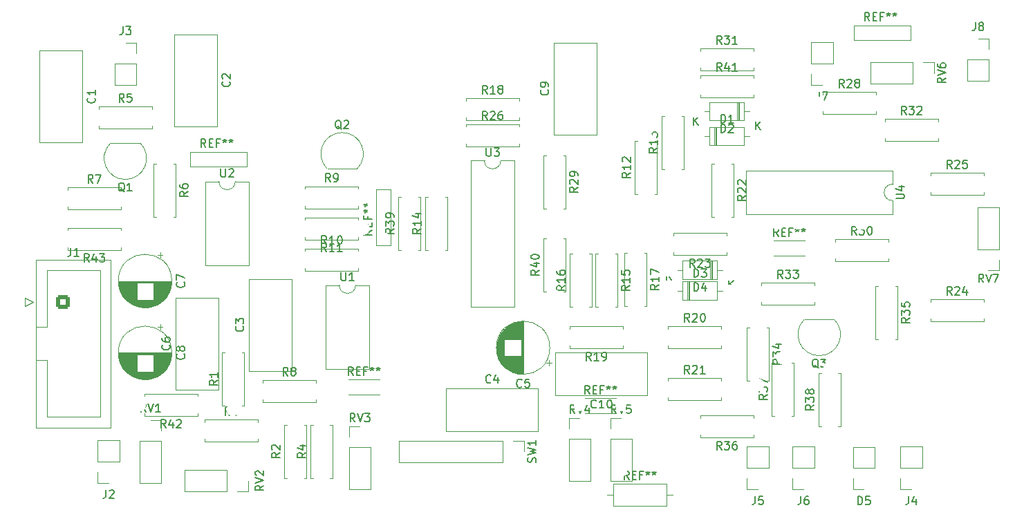
<source format=gto>
G04 #@! TF.GenerationSoftware,KiCad,Pcbnew,(6.0.6)*
G04 #@! TF.CreationDate,2023-01-04T14:36:36+01:00*
G04 #@! TF.ProjectId,yusynth lfo_new_con2x5,79757379-6e74-4682-906c-666f5f6e6577,rev?*
G04 #@! TF.SameCoordinates,Original*
G04 #@! TF.FileFunction,Legend,Top*
G04 #@! TF.FilePolarity,Positive*
%FSLAX46Y46*%
G04 Gerber Fmt 4.6, Leading zero omitted, Abs format (unit mm)*
G04 Created by KiCad (PCBNEW (6.0.6)) date 2023-01-04 14:36:36*
%MOMM*%
%LPD*%
G01*
G04 APERTURE LIST*
G04 Aperture macros list*
%AMRoundRect*
0 Rectangle with rounded corners*
0 $1 Rounding radius*
0 $2 $3 $4 $5 $6 $7 $8 $9 X,Y pos of 4 corners*
0 Add a 4 corners polygon primitive as box body*
4,1,4,$2,$3,$4,$5,$6,$7,$8,$9,$2,$3,0*
0 Add four circle primitives for the rounded corners*
1,1,$1+$1,$2,$3*
1,1,$1+$1,$4,$5*
1,1,$1+$1,$6,$7*
1,1,$1+$1,$8,$9*
0 Add four rect primitives between the rounded corners*
20,1,$1+$1,$2,$3,$4,$5,0*
20,1,$1+$1,$4,$5,$6,$7,0*
20,1,$1+$1,$6,$7,$8,$9,0*
20,1,$1+$1,$8,$9,$2,$3,0*%
G04 Aperture macros list end*
%ADD10C,0.150000*%
%ADD11C,0.120000*%
%ADD12R,1.700000X1.700000*%
%ADD13O,1.700000X1.700000*%
%ADD14R,1.050000X1.500000*%
%ADD15O,1.050000X1.500000*%
%ADD16C,2.000000*%
%ADD17C,1.600000*%
%ADD18O,1.600000X1.600000*%
%ADD19R,1.600000X1.600000*%
%ADD20C,1.400000*%
%ADD21O,1.400000X1.400000*%
%ADD22RoundRect,0.250000X-0.600000X-0.600000X0.600000X-0.600000X0.600000X0.600000X-0.600000X0.600000X0*%
%ADD23C,1.700000*%
G04 APERTURE END LIST*
D10*
X158027761Y-73433380D02*
X157694428Y-72957190D01*
X157456333Y-73433380D02*
X157456333Y-72433380D01*
X157837285Y-72433380D01*
X157932523Y-72481000D01*
X157980142Y-72528619D01*
X158027761Y-72623857D01*
X158027761Y-72766714D01*
X157980142Y-72861952D01*
X157932523Y-72909571D01*
X157837285Y-72957190D01*
X157456333Y-72957190D01*
X158313476Y-72433380D02*
X158646809Y-73433380D01*
X158980142Y-72433380D01*
X159789666Y-72433380D02*
X159313476Y-72433380D01*
X159265857Y-72909571D01*
X159313476Y-72861952D01*
X159408714Y-72814333D01*
X159646809Y-72814333D01*
X159742047Y-72861952D01*
X159789666Y-72909571D01*
X159837285Y-73004809D01*
X159837285Y-73242904D01*
X159789666Y-73338142D01*
X159742047Y-73385761D01*
X159646809Y-73433380D01*
X159408714Y-73433380D01*
X159313476Y-73385761D01*
X159265857Y-73338142D01*
X124364761Y-38622619D02*
X124269523Y-38575000D01*
X124174285Y-38479761D01*
X124031428Y-38336904D01*
X123936190Y-38289285D01*
X123840952Y-38289285D01*
X123888571Y-38527380D02*
X123793333Y-38479761D01*
X123698095Y-38384523D01*
X123650476Y-38194047D01*
X123650476Y-37860714D01*
X123698095Y-37670238D01*
X123793333Y-37575000D01*
X123888571Y-37527380D01*
X124079047Y-37527380D01*
X124174285Y-37575000D01*
X124269523Y-37670238D01*
X124317142Y-37860714D01*
X124317142Y-38194047D01*
X124269523Y-38384523D01*
X124174285Y-38479761D01*
X124079047Y-38527380D01*
X123888571Y-38527380D01*
X124698095Y-37622619D02*
X124745714Y-37575000D01*
X124840952Y-37527380D01*
X125079047Y-37527380D01*
X125174285Y-37575000D01*
X125221904Y-37622619D01*
X125269523Y-37717857D01*
X125269523Y-37813095D01*
X125221904Y-37955952D01*
X124650476Y-38527380D01*
X125269523Y-38527380D01*
X103287142Y-65063666D02*
X103334761Y-65111285D01*
X103382380Y-65254142D01*
X103382380Y-65349380D01*
X103334761Y-65492238D01*
X103239523Y-65587476D01*
X103144285Y-65635095D01*
X102953809Y-65682714D01*
X102810952Y-65682714D01*
X102620476Y-65635095D01*
X102525238Y-65587476D01*
X102430000Y-65492238D01*
X102382380Y-65349380D01*
X102382380Y-65254142D01*
X102430000Y-65111285D01*
X102477619Y-65063666D01*
X102382380Y-64206523D02*
X102382380Y-64397000D01*
X102430000Y-64492238D01*
X102477619Y-64539857D01*
X102620476Y-64635095D01*
X102810952Y-64682714D01*
X103191904Y-64682714D01*
X103287142Y-64635095D01*
X103334761Y-64587476D01*
X103382380Y-64492238D01*
X103382380Y-64301761D01*
X103334761Y-64206523D01*
X103287142Y-64158904D01*
X103191904Y-64111285D01*
X102953809Y-64111285D01*
X102858571Y-64158904D01*
X102810952Y-64206523D01*
X102763333Y-64301761D01*
X102763333Y-64492238D01*
X102810952Y-64587476D01*
X102858571Y-64635095D01*
X102953809Y-64682714D01*
X170934142Y-77879380D02*
X170600809Y-77403190D01*
X170362714Y-77879380D02*
X170362714Y-76879380D01*
X170743666Y-76879380D01*
X170838904Y-76927000D01*
X170886523Y-76974619D01*
X170934142Y-77069857D01*
X170934142Y-77212714D01*
X170886523Y-77307952D01*
X170838904Y-77355571D01*
X170743666Y-77403190D01*
X170362714Y-77403190D01*
X171267476Y-76879380D02*
X171886523Y-76879380D01*
X171553190Y-77260333D01*
X171696047Y-77260333D01*
X171791285Y-77307952D01*
X171838904Y-77355571D01*
X171886523Y-77450809D01*
X171886523Y-77688904D01*
X171838904Y-77784142D01*
X171791285Y-77831761D01*
X171696047Y-77879380D01*
X171410333Y-77879380D01*
X171315095Y-77831761D01*
X171267476Y-77784142D01*
X172743666Y-76879380D02*
X172553190Y-76879380D01*
X172457952Y-76927000D01*
X172410333Y-76974619D01*
X172315095Y-77117476D01*
X172267476Y-77307952D01*
X172267476Y-77688904D01*
X172315095Y-77784142D01*
X172362714Y-77831761D01*
X172457952Y-77879380D01*
X172648428Y-77879380D01*
X172743666Y-77831761D01*
X172791285Y-77784142D01*
X172838904Y-77688904D01*
X172838904Y-77450809D01*
X172791285Y-77355571D01*
X172743666Y-77307952D01*
X172648428Y-77260333D01*
X172457952Y-77260333D01*
X172362714Y-77307952D01*
X172315095Y-77355571D01*
X172267476Y-77450809D01*
X116827380Y-78271666D02*
X116351190Y-78605000D01*
X116827380Y-78843095D02*
X115827380Y-78843095D01*
X115827380Y-78462142D01*
X115875000Y-78366904D01*
X115922619Y-78319285D01*
X116017857Y-78271666D01*
X116160714Y-78271666D01*
X116255952Y-78319285D01*
X116303571Y-78366904D01*
X116351190Y-78462142D01*
X116351190Y-78843095D01*
X115922619Y-77890714D02*
X115875000Y-77843095D01*
X115827380Y-77747857D01*
X115827380Y-77509761D01*
X115875000Y-77414523D01*
X115922619Y-77366904D01*
X116017857Y-77319285D01*
X116113095Y-77319285D01*
X116255952Y-77366904D01*
X116827380Y-77938333D01*
X116827380Y-77319285D01*
X142113095Y-40932380D02*
X142113095Y-41741904D01*
X142160714Y-41837142D01*
X142208333Y-41884761D01*
X142303571Y-41932380D01*
X142494047Y-41932380D01*
X142589285Y-41884761D01*
X142636904Y-41837142D01*
X142684523Y-41741904D01*
X142684523Y-40932380D01*
X143065476Y-40932380D02*
X143684523Y-40932380D01*
X143351190Y-41313333D01*
X143494047Y-41313333D01*
X143589285Y-41360952D01*
X143636904Y-41408571D01*
X143684523Y-41503809D01*
X143684523Y-41741904D01*
X143636904Y-41837142D01*
X143589285Y-41884761D01*
X143494047Y-41932380D01*
X143208333Y-41932380D01*
X143113095Y-41884761D01*
X143065476Y-41837142D01*
X163223380Y-57665857D02*
X162747190Y-57999190D01*
X163223380Y-58237285D02*
X162223380Y-58237285D01*
X162223380Y-57856333D01*
X162271000Y-57761095D01*
X162318619Y-57713476D01*
X162413857Y-57665857D01*
X162556714Y-57665857D01*
X162651952Y-57713476D01*
X162699571Y-57761095D01*
X162747190Y-57856333D01*
X162747190Y-58237285D01*
X163223380Y-56713476D02*
X163223380Y-57284904D01*
X163223380Y-56999190D02*
X162223380Y-56999190D01*
X162366238Y-57094428D01*
X162461476Y-57189666D01*
X162509095Y-57284904D01*
X162223380Y-56380142D02*
X162223380Y-55713476D01*
X163223380Y-56142047D01*
X185920142Y-33515380D02*
X185586809Y-33039190D01*
X185348714Y-33515380D02*
X185348714Y-32515380D01*
X185729666Y-32515380D01*
X185824904Y-32563000D01*
X185872523Y-32610619D01*
X185920142Y-32705857D01*
X185920142Y-32848714D01*
X185872523Y-32943952D01*
X185824904Y-32991571D01*
X185729666Y-33039190D01*
X185348714Y-33039190D01*
X186301095Y-32610619D02*
X186348714Y-32563000D01*
X186443952Y-32515380D01*
X186682047Y-32515380D01*
X186777285Y-32563000D01*
X186824904Y-32610619D01*
X186872523Y-32705857D01*
X186872523Y-32801095D01*
X186824904Y-32943952D01*
X186253476Y-33515380D01*
X186872523Y-33515380D01*
X187443952Y-32943952D02*
X187348714Y-32896333D01*
X187301095Y-32848714D01*
X187253476Y-32753476D01*
X187253476Y-32705857D01*
X187301095Y-32610619D01*
X187348714Y-32563000D01*
X187443952Y-32515380D01*
X187634428Y-32515380D01*
X187729666Y-32563000D01*
X187777285Y-32610619D01*
X187824904Y-32705857D01*
X187824904Y-32753476D01*
X187777285Y-32848714D01*
X187729666Y-32896333D01*
X187634428Y-32943952D01*
X187443952Y-32943952D01*
X187348714Y-32991571D01*
X187301095Y-33039190D01*
X187253476Y-33134428D01*
X187253476Y-33324904D01*
X187301095Y-33420142D01*
X187348714Y-33467761D01*
X187443952Y-33515380D01*
X187634428Y-33515380D01*
X187729666Y-33467761D01*
X187777285Y-33420142D01*
X187824904Y-33324904D01*
X187824904Y-33134428D01*
X187777285Y-33039190D01*
X187729666Y-32991571D01*
X187634428Y-32943952D01*
X178427142Y-56883380D02*
X178093809Y-56407190D01*
X177855714Y-56883380D02*
X177855714Y-55883380D01*
X178236666Y-55883380D01*
X178331904Y-55931000D01*
X178379523Y-55978619D01*
X178427142Y-56073857D01*
X178427142Y-56216714D01*
X178379523Y-56311952D01*
X178331904Y-56359571D01*
X178236666Y-56407190D01*
X177855714Y-56407190D01*
X178760476Y-55883380D02*
X179379523Y-55883380D01*
X179046190Y-56264333D01*
X179189047Y-56264333D01*
X179284285Y-56311952D01*
X179331904Y-56359571D01*
X179379523Y-56454809D01*
X179379523Y-56692904D01*
X179331904Y-56788142D01*
X179284285Y-56835761D01*
X179189047Y-56883380D01*
X178903333Y-56883380D01*
X178808095Y-56835761D01*
X178760476Y-56788142D01*
X179712857Y-55883380D02*
X180331904Y-55883380D01*
X179998571Y-56264333D01*
X180141428Y-56264333D01*
X180236666Y-56311952D01*
X180284285Y-56359571D01*
X180331904Y-56454809D01*
X180331904Y-56692904D01*
X180284285Y-56788142D01*
X180236666Y-56835761D01*
X180141428Y-56883380D01*
X179855714Y-56883380D01*
X179760476Y-56835761D01*
X179712857Y-56788142D01*
X146450712Y-70162142D02*
X146403093Y-70209761D01*
X146260236Y-70257380D01*
X146164998Y-70257380D01*
X146022140Y-70209761D01*
X145926902Y-70114523D01*
X145879283Y-70019285D01*
X145831664Y-69828809D01*
X145831664Y-69685952D01*
X145879283Y-69495476D01*
X145926902Y-69400238D01*
X146022140Y-69305000D01*
X146164998Y-69257380D01*
X146260236Y-69257380D01*
X146403093Y-69305000D01*
X146450712Y-69352619D01*
X147355474Y-69257380D02*
X146879283Y-69257380D01*
X146831664Y-69733571D01*
X146879283Y-69685952D01*
X146974521Y-69638333D01*
X147212617Y-69638333D01*
X147307855Y-69685952D01*
X147355474Y-69733571D01*
X147403093Y-69828809D01*
X147403093Y-70066904D01*
X147355474Y-70162142D01*
X147307855Y-70209761D01*
X147212617Y-70257380D01*
X146974521Y-70257380D01*
X146879283Y-70209761D01*
X146831664Y-70162142D01*
X109207380Y-69381666D02*
X108731190Y-69715000D01*
X109207380Y-69953095D02*
X108207380Y-69953095D01*
X108207380Y-69572142D01*
X108255000Y-69476904D01*
X108302619Y-69429285D01*
X108397857Y-69381666D01*
X108540714Y-69381666D01*
X108635952Y-69429285D01*
X108683571Y-69476904D01*
X108731190Y-69572142D01*
X108731190Y-69953095D01*
X109207380Y-68429285D02*
X109207380Y-69000714D01*
X109207380Y-68715000D02*
X108207380Y-68715000D01*
X108350238Y-68810238D01*
X108445476Y-68905476D01*
X108493095Y-69000714D01*
X134099380Y-50807857D02*
X133623190Y-51141190D01*
X134099380Y-51379285D02*
X133099380Y-51379285D01*
X133099380Y-50998333D01*
X133147000Y-50903095D01*
X133194619Y-50855476D01*
X133289857Y-50807857D01*
X133432714Y-50807857D01*
X133527952Y-50855476D01*
X133575571Y-50903095D01*
X133623190Y-50998333D01*
X133623190Y-51379285D01*
X134099380Y-49855476D02*
X134099380Y-50426904D01*
X134099380Y-50141190D02*
X133099380Y-50141190D01*
X133242238Y-50236428D01*
X133337476Y-50331666D01*
X133385095Y-50426904D01*
X133432714Y-48998333D02*
X134099380Y-48998333D01*
X133051761Y-49236428D02*
X133766047Y-49474523D01*
X133766047Y-48855476D01*
X166997142Y-62217380D02*
X166663809Y-61741190D01*
X166425714Y-62217380D02*
X166425714Y-61217380D01*
X166806666Y-61217380D01*
X166901904Y-61265000D01*
X166949523Y-61312619D01*
X166997142Y-61407857D01*
X166997142Y-61550714D01*
X166949523Y-61645952D01*
X166901904Y-61693571D01*
X166806666Y-61741190D01*
X166425714Y-61741190D01*
X167378095Y-61312619D02*
X167425714Y-61265000D01*
X167520952Y-61217380D01*
X167759047Y-61217380D01*
X167854285Y-61265000D01*
X167901904Y-61312619D01*
X167949523Y-61407857D01*
X167949523Y-61503095D01*
X167901904Y-61645952D01*
X167330476Y-62217380D01*
X167949523Y-62217380D01*
X168568571Y-61217380D02*
X168663809Y-61217380D01*
X168759047Y-61265000D01*
X168806666Y-61312619D01*
X168854285Y-61407857D01*
X168901904Y-61598333D01*
X168901904Y-61836428D01*
X168854285Y-62026904D01*
X168806666Y-62122142D01*
X168759047Y-62169761D01*
X168663809Y-62217380D01*
X168568571Y-62217380D01*
X168473333Y-62169761D01*
X168425714Y-62122142D01*
X168378095Y-62026904D01*
X168330476Y-61836428D01*
X168330476Y-61598333D01*
X168378095Y-61407857D01*
X168425714Y-61312619D01*
X168473333Y-61265000D01*
X168568571Y-61217380D01*
X154749666Y-71049380D02*
X154416333Y-70573190D01*
X154178238Y-71049380D02*
X154178238Y-70049380D01*
X154559190Y-70049380D01*
X154654428Y-70097000D01*
X154702047Y-70144619D01*
X154749666Y-70239857D01*
X154749666Y-70382714D01*
X154702047Y-70477952D01*
X154654428Y-70525571D01*
X154559190Y-70573190D01*
X154178238Y-70573190D01*
X155178238Y-70525571D02*
X155511571Y-70525571D01*
X155654428Y-71049380D02*
X155178238Y-71049380D01*
X155178238Y-70049380D01*
X155654428Y-70049380D01*
X156416333Y-70525571D02*
X156083000Y-70525571D01*
X156083000Y-71049380D02*
X156083000Y-70049380D01*
X156559190Y-70049380D01*
X157083000Y-70049380D02*
X157083000Y-70287476D01*
X156844904Y-70192238D02*
X157083000Y-70287476D01*
X157321095Y-70192238D01*
X156940142Y-70477952D02*
X157083000Y-70287476D01*
X157225857Y-70477952D01*
X157844904Y-70049380D02*
X157844904Y-70287476D01*
X157606809Y-70192238D02*
X157844904Y-70287476D01*
X158083000Y-70192238D01*
X157702047Y-70477952D02*
X157844904Y-70287476D01*
X157987761Y-70477952D01*
X126023761Y-74464380D02*
X125690428Y-73988190D01*
X125452333Y-74464380D02*
X125452333Y-73464380D01*
X125833285Y-73464380D01*
X125928523Y-73512000D01*
X125976142Y-73559619D01*
X126023761Y-73654857D01*
X126023761Y-73797714D01*
X125976142Y-73892952D01*
X125928523Y-73940571D01*
X125833285Y-73988190D01*
X125452333Y-73988190D01*
X126309476Y-73464380D02*
X126642809Y-74464380D01*
X126976142Y-73464380D01*
X127214238Y-73464380D02*
X127833285Y-73464380D01*
X127499952Y-73845333D01*
X127642809Y-73845333D01*
X127738047Y-73892952D01*
X127785666Y-73940571D01*
X127833285Y-74035809D01*
X127833285Y-74273904D01*
X127785666Y-74369142D01*
X127738047Y-74416761D01*
X127642809Y-74464380D01*
X127357095Y-74464380D01*
X127261857Y-74416761D01*
X127214238Y-74369142D01*
X109611095Y-43487380D02*
X109611095Y-44296904D01*
X109658714Y-44392142D01*
X109706333Y-44439761D01*
X109801571Y-44487380D01*
X109992047Y-44487380D01*
X110087285Y-44439761D01*
X110134904Y-44392142D01*
X110182523Y-44296904D01*
X110182523Y-43487380D01*
X110611095Y-43582619D02*
X110658714Y-43535000D01*
X110753952Y-43487380D01*
X110992047Y-43487380D01*
X111087285Y-43535000D01*
X111134904Y-43582619D01*
X111182523Y-43677857D01*
X111182523Y-43773095D01*
X111134904Y-43915952D01*
X110563476Y-44487380D01*
X111182523Y-44487380D01*
X177863666Y-51745380D02*
X177530333Y-51269190D01*
X177292238Y-51745380D02*
X177292238Y-50745380D01*
X177673190Y-50745380D01*
X177768428Y-50793000D01*
X177816047Y-50840619D01*
X177863666Y-50935857D01*
X177863666Y-51078714D01*
X177816047Y-51173952D01*
X177768428Y-51221571D01*
X177673190Y-51269190D01*
X177292238Y-51269190D01*
X178292238Y-51221571D02*
X178625571Y-51221571D01*
X178768428Y-51745380D02*
X178292238Y-51745380D01*
X178292238Y-50745380D01*
X178768428Y-50745380D01*
X179530333Y-51221571D02*
X179197000Y-51221571D01*
X179197000Y-51745380D02*
X179197000Y-50745380D01*
X179673190Y-50745380D01*
X180197000Y-50745380D02*
X180197000Y-50983476D01*
X179958904Y-50888238D02*
X180197000Y-50983476D01*
X180435095Y-50888238D01*
X180054142Y-51173952D02*
X180197000Y-50983476D01*
X180339857Y-51173952D01*
X180958904Y-50745380D02*
X180958904Y-50983476D01*
X180720809Y-50888238D02*
X180958904Y-50983476D01*
X181197000Y-50888238D01*
X180816047Y-51173952D02*
X180958904Y-50983476D01*
X181101761Y-51173952D01*
X193824666Y-83609380D02*
X193824666Y-84323666D01*
X193777047Y-84466523D01*
X193681809Y-84561761D01*
X193538952Y-84609380D01*
X193443714Y-84609380D01*
X194729428Y-83942714D02*
X194729428Y-84609380D01*
X194491333Y-83561761D02*
X194253238Y-84276047D01*
X194872285Y-84276047D01*
X123023333Y-45072380D02*
X122690000Y-44596190D01*
X122451904Y-45072380D02*
X122451904Y-44072380D01*
X122832857Y-44072380D01*
X122928095Y-44120000D01*
X122975714Y-44167619D01*
X123023333Y-44262857D01*
X123023333Y-44405714D01*
X122975714Y-44500952D01*
X122928095Y-44548571D01*
X122832857Y-44596190D01*
X122451904Y-44596190D01*
X123499523Y-45072380D02*
X123690000Y-45072380D01*
X123785238Y-45024761D01*
X123832857Y-44977142D01*
X123928095Y-44834285D01*
X123975714Y-44643809D01*
X123975714Y-44262857D01*
X123928095Y-44167619D01*
X123880476Y-44120000D01*
X123785238Y-44072380D01*
X123594761Y-44072380D01*
X123499523Y-44120000D01*
X123451904Y-44167619D01*
X123404285Y-44262857D01*
X123404285Y-44500952D01*
X123451904Y-44596190D01*
X123499523Y-44643809D01*
X123594761Y-44691428D01*
X123785238Y-44691428D01*
X123880476Y-44643809D01*
X123928095Y-44596190D01*
X123975714Y-44500952D01*
X149642142Y-33821666D02*
X149689761Y-33869285D01*
X149737380Y-34012142D01*
X149737380Y-34107380D01*
X149689761Y-34250238D01*
X149594523Y-34345476D01*
X149499285Y-34393095D01*
X149308809Y-34440714D01*
X149165952Y-34440714D01*
X148975476Y-34393095D01*
X148880238Y-34345476D01*
X148785000Y-34250238D01*
X148737380Y-34107380D01*
X148737380Y-34012142D01*
X148785000Y-33869285D01*
X148832619Y-33821666D01*
X149737380Y-33345476D02*
X149737380Y-33155000D01*
X149689761Y-33059761D01*
X149642142Y-33012142D01*
X149499285Y-32916904D01*
X149308809Y-32869285D01*
X148927857Y-32869285D01*
X148832619Y-32916904D01*
X148785000Y-32964523D01*
X148737380Y-33059761D01*
X148737380Y-33250238D01*
X148785000Y-33345476D01*
X148832619Y-33393095D01*
X148927857Y-33440714D01*
X149165952Y-33440714D01*
X149261190Y-33393095D01*
X149308809Y-33345476D01*
X149356428Y-33250238D01*
X149356428Y-33059761D01*
X149308809Y-32964523D01*
X149261190Y-32916904D01*
X149165952Y-32869285D01*
X151752380Y-57792857D02*
X151276190Y-58126190D01*
X151752380Y-58364285D02*
X150752380Y-58364285D01*
X150752380Y-57983333D01*
X150800000Y-57888095D01*
X150847619Y-57840476D01*
X150942857Y-57792857D01*
X151085714Y-57792857D01*
X151180952Y-57840476D01*
X151228571Y-57888095D01*
X151276190Y-57983333D01*
X151276190Y-58364285D01*
X151752380Y-56840476D02*
X151752380Y-57411904D01*
X151752380Y-57126190D02*
X150752380Y-57126190D01*
X150895238Y-57221428D01*
X150990476Y-57316666D01*
X151038095Y-57411904D01*
X150752380Y-55983333D02*
X150752380Y-56173809D01*
X150800000Y-56269047D01*
X150847619Y-56316666D01*
X150990476Y-56411904D01*
X151180952Y-56459523D01*
X151561904Y-56459523D01*
X151657142Y-56411904D01*
X151704761Y-56364285D01*
X151752380Y-56269047D01*
X151752380Y-56078571D01*
X151704761Y-55983333D01*
X151657142Y-55935714D01*
X151561904Y-55888095D01*
X151323809Y-55888095D01*
X151228571Y-55935714D01*
X151180952Y-55983333D01*
X151133333Y-56078571D01*
X151133333Y-56269047D01*
X151180952Y-56364285D01*
X151228571Y-56411904D01*
X151323809Y-56459523D01*
X193957380Y-61729857D02*
X193481190Y-62063190D01*
X193957380Y-62301285D02*
X192957380Y-62301285D01*
X192957380Y-61920333D01*
X193005000Y-61825095D01*
X193052619Y-61777476D01*
X193147857Y-61729857D01*
X193290714Y-61729857D01*
X193385952Y-61777476D01*
X193433571Y-61825095D01*
X193481190Y-61920333D01*
X193481190Y-62301285D01*
X192957380Y-61396523D02*
X192957380Y-60777476D01*
X193338333Y-61110809D01*
X193338333Y-60967952D01*
X193385952Y-60872714D01*
X193433571Y-60825095D01*
X193528809Y-60777476D01*
X193766904Y-60777476D01*
X193862142Y-60825095D01*
X193909761Y-60872714D01*
X193957380Y-60967952D01*
X193957380Y-61253666D01*
X193909761Y-61348904D01*
X193862142Y-61396523D01*
X192957380Y-59872714D02*
X192957380Y-60348904D01*
X193433571Y-60396523D01*
X193385952Y-60348904D01*
X193338333Y-60253666D01*
X193338333Y-60015571D01*
X193385952Y-59920333D01*
X193433571Y-59872714D01*
X193528809Y-59825095D01*
X193766904Y-59825095D01*
X193862142Y-59872714D01*
X193909761Y-59920333D01*
X193957380Y-60015571D01*
X193957380Y-60253666D01*
X193909761Y-60348904D01*
X193862142Y-60396523D01*
X107753666Y-40843380D02*
X107420333Y-40367190D01*
X107182238Y-40843380D02*
X107182238Y-39843380D01*
X107563190Y-39843380D01*
X107658428Y-39891000D01*
X107706047Y-39938619D01*
X107753666Y-40033857D01*
X107753666Y-40176714D01*
X107706047Y-40271952D01*
X107658428Y-40319571D01*
X107563190Y-40367190D01*
X107182238Y-40367190D01*
X108182238Y-40319571D02*
X108515571Y-40319571D01*
X108658428Y-40843380D02*
X108182238Y-40843380D01*
X108182238Y-39843380D01*
X108658428Y-39843380D01*
X109420333Y-40319571D02*
X109087000Y-40319571D01*
X109087000Y-40843380D02*
X109087000Y-39843380D01*
X109563190Y-39843380D01*
X110087000Y-39843380D02*
X110087000Y-40081476D01*
X109848904Y-39986238D02*
X110087000Y-40081476D01*
X110325095Y-39986238D01*
X109944142Y-40271952D02*
X110087000Y-40081476D01*
X110229857Y-40271952D01*
X110848904Y-39843380D02*
X110848904Y-40081476D01*
X110610809Y-39986238D02*
X110848904Y-40081476D01*
X111087000Y-39986238D01*
X110706047Y-40271952D02*
X110848904Y-40081476D01*
X110991761Y-40271952D01*
X192287380Y-47126904D02*
X193096904Y-47126904D01*
X193192142Y-47079285D01*
X193239761Y-47031666D01*
X193287380Y-46936428D01*
X193287380Y-46745952D01*
X193239761Y-46650714D01*
X193192142Y-46603095D01*
X193096904Y-46555476D01*
X192287380Y-46555476D01*
X192620714Y-45650714D02*
X193287380Y-45650714D01*
X192239761Y-45888809D02*
X192954047Y-46126904D01*
X192954047Y-45507857D01*
X202002666Y-25531380D02*
X202002666Y-26245666D01*
X201955047Y-26388523D01*
X201859809Y-26483761D01*
X201716952Y-26531380D01*
X201621714Y-26531380D01*
X202621714Y-25959952D02*
X202526476Y-25912333D01*
X202478857Y-25864714D01*
X202431238Y-25769476D01*
X202431238Y-25721857D01*
X202478857Y-25626619D01*
X202526476Y-25579000D01*
X202621714Y-25531380D01*
X202812190Y-25531380D01*
X202907428Y-25579000D01*
X202955047Y-25626619D01*
X203002666Y-25721857D01*
X203002666Y-25769476D01*
X202955047Y-25864714D01*
X202907428Y-25912333D01*
X202812190Y-25959952D01*
X202621714Y-25959952D01*
X202526476Y-26007571D01*
X202478857Y-26055190D01*
X202431238Y-26150428D01*
X202431238Y-26340904D01*
X202478857Y-26436142D01*
X202526476Y-26483761D01*
X202621714Y-26531380D01*
X202812190Y-26531380D01*
X202907428Y-26483761D01*
X202955047Y-26436142D01*
X203002666Y-26340904D01*
X203002666Y-26150428D01*
X202955047Y-26055190D01*
X202907428Y-26007571D01*
X202812190Y-25959952D01*
X202985761Y-57377380D02*
X202652428Y-56901190D01*
X202414333Y-57377380D02*
X202414333Y-56377380D01*
X202795285Y-56377380D01*
X202890523Y-56425000D01*
X202938142Y-56472619D01*
X202985761Y-56567857D01*
X202985761Y-56710714D01*
X202938142Y-56805952D01*
X202890523Y-56853571D01*
X202795285Y-56901190D01*
X202414333Y-56901190D01*
X203271476Y-56377380D02*
X203604809Y-57377380D01*
X203938142Y-56377380D01*
X204176238Y-56377380D02*
X204842904Y-56377380D01*
X204414333Y-57377380D01*
X100394761Y-73262380D02*
X100061428Y-72786190D01*
X99823333Y-73262380D02*
X99823333Y-72262380D01*
X100204285Y-72262380D01*
X100299523Y-72310000D01*
X100347142Y-72357619D01*
X100394761Y-72452857D01*
X100394761Y-72595714D01*
X100347142Y-72690952D01*
X100299523Y-72738571D01*
X100204285Y-72786190D01*
X99823333Y-72786190D01*
X100680476Y-72262380D02*
X101013809Y-73262380D01*
X101347142Y-72262380D01*
X102204285Y-73262380D02*
X101632857Y-73262380D01*
X101918571Y-73262380D02*
X101918571Y-72262380D01*
X101823333Y-72405238D01*
X101728095Y-72500476D01*
X101632857Y-72548095D01*
X128092380Y-50996333D02*
X127616190Y-51329666D01*
X128092380Y-51567761D02*
X127092380Y-51567761D01*
X127092380Y-51186809D01*
X127140000Y-51091571D01*
X127187619Y-51043952D01*
X127282857Y-50996333D01*
X127425714Y-50996333D01*
X127520952Y-51043952D01*
X127568571Y-51091571D01*
X127616190Y-51186809D01*
X127616190Y-51567761D01*
X127568571Y-50567761D02*
X127568571Y-50234428D01*
X128092380Y-50091571D02*
X128092380Y-50567761D01*
X127092380Y-50567761D01*
X127092380Y-50091571D01*
X127568571Y-49329666D02*
X127568571Y-49663000D01*
X128092380Y-49663000D02*
X127092380Y-49663000D01*
X127092380Y-49186809D01*
X127092380Y-48663000D02*
X127330476Y-48663000D01*
X127235238Y-48901095D02*
X127330476Y-48663000D01*
X127235238Y-48424904D01*
X127520952Y-48805857D02*
X127330476Y-48663000D01*
X127520952Y-48520142D01*
X127092380Y-47901095D02*
X127330476Y-47901095D01*
X127235238Y-48139190D02*
X127330476Y-47901095D01*
X127235238Y-47663000D01*
X127520952Y-48043952D02*
X127330476Y-47901095D01*
X127520952Y-47758238D01*
X159575666Y-81521380D02*
X159242333Y-81045190D01*
X159004238Y-81521380D02*
X159004238Y-80521380D01*
X159385190Y-80521380D01*
X159480428Y-80569000D01*
X159528047Y-80616619D01*
X159575666Y-80711857D01*
X159575666Y-80854714D01*
X159528047Y-80949952D01*
X159480428Y-80997571D01*
X159385190Y-81045190D01*
X159004238Y-81045190D01*
X160004238Y-80997571D02*
X160337571Y-80997571D01*
X160480428Y-81521380D02*
X160004238Y-81521380D01*
X160004238Y-80521380D01*
X160480428Y-80521380D01*
X161242333Y-80997571D02*
X160909000Y-80997571D01*
X160909000Y-81521380D02*
X160909000Y-80521380D01*
X161385190Y-80521380D01*
X161909000Y-80521380D02*
X161909000Y-80759476D01*
X161670904Y-80664238D02*
X161909000Y-80759476D01*
X162147095Y-80664238D01*
X161766142Y-80949952D02*
X161909000Y-80759476D01*
X162051857Y-80949952D01*
X162670904Y-80521380D02*
X162670904Y-80759476D01*
X162432809Y-80664238D02*
X162670904Y-80759476D01*
X162909000Y-80664238D01*
X162528047Y-80949952D02*
X162670904Y-80759476D01*
X162813761Y-80949952D01*
X110660142Y-32805666D02*
X110707761Y-32853285D01*
X110755380Y-32996142D01*
X110755380Y-33091380D01*
X110707761Y-33234238D01*
X110612523Y-33329476D01*
X110517285Y-33377095D01*
X110326809Y-33424714D01*
X110183952Y-33424714D01*
X109993476Y-33377095D01*
X109898238Y-33329476D01*
X109803000Y-33234238D01*
X109755380Y-33091380D01*
X109755380Y-32996142D01*
X109803000Y-32853285D01*
X109850619Y-32805666D01*
X109850619Y-32424714D02*
X109803000Y-32377095D01*
X109755380Y-32281857D01*
X109755380Y-32043761D01*
X109803000Y-31948523D01*
X109850619Y-31900904D01*
X109945857Y-31853285D01*
X110041095Y-31853285D01*
X110183952Y-31900904D01*
X110755380Y-32472333D01*
X110755380Y-31853285D01*
X187444142Y-51549380D02*
X187110809Y-51073190D01*
X186872714Y-51549380D02*
X186872714Y-50549380D01*
X187253666Y-50549380D01*
X187348904Y-50597000D01*
X187396523Y-50644619D01*
X187444142Y-50739857D01*
X187444142Y-50882714D01*
X187396523Y-50977952D01*
X187348904Y-51025571D01*
X187253666Y-51073190D01*
X186872714Y-51073190D01*
X187777476Y-50549380D02*
X188396523Y-50549380D01*
X188063190Y-50930333D01*
X188206047Y-50930333D01*
X188301285Y-50977952D01*
X188348904Y-51025571D01*
X188396523Y-51120809D01*
X188396523Y-51358904D01*
X188348904Y-51454142D01*
X188301285Y-51501761D01*
X188206047Y-51549380D01*
X187920333Y-51549380D01*
X187825095Y-51501761D01*
X187777476Y-51454142D01*
X189015571Y-50549380D02*
X189110809Y-50549380D01*
X189206047Y-50597000D01*
X189253666Y-50644619D01*
X189301285Y-50739857D01*
X189348904Y-50930333D01*
X189348904Y-51168428D01*
X189301285Y-51358904D01*
X189253666Y-51454142D01*
X189206047Y-51501761D01*
X189110809Y-51549380D01*
X189015571Y-51549380D01*
X188920333Y-51501761D01*
X188872714Y-51454142D01*
X188825095Y-51358904D01*
X188777476Y-51168428D01*
X188777476Y-50930333D01*
X188825095Y-50739857D01*
X188872714Y-50644619D01*
X188920333Y-50597000D01*
X189015571Y-50549380D01*
X170934142Y-31483380D02*
X170600809Y-31007190D01*
X170362714Y-31483380D02*
X170362714Y-30483380D01*
X170743666Y-30483380D01*
X170838904Y-30531000D01*
X170886523Y-30578619D01*
X170934142Y-30673857D01*
X170934142Y-30816714D01*
X170886523Y-30911952D01*
X170838904Y-30959571D01*
X170743666Y-31007190D01*
X170362714Y-31007190D01*
X171791285Y-30816714D02*
X171791285Y-31483380D01*
X171553190Y-30435761D02*
X171315095Y-31150047D01*
X171934142Y-31150047D01*
X172838904Y-31483380D02*
X172267476Y-31483380D01*
X172553190Y-31483380D02*
X172553190Y-30483380D01*
X172457952Y-30626238D01*
X172362714Y-30721476D01*
X172267476Y-30769095D01*
X182902666Y-34079380D02*
X182902666Y-34793666D01*
X182855047Y-34936523D01*
X182759809Y-35031761D01*
X182616952Y-35079380D01*
X182521714Y-35079380D01*
X183283619Y-34079380D02*
X183950285Y-34079380D01*
X183521714Y-35079380D01*
X189033666Y-25349380D02*
X188700333Y-24873190D01*
X188462238Y-25349380D02*
X188462238Y-24349380D01*
X188843190Y-24349380D01*
X188938428Y-24397000D01*
X188986047Y-24444619D01*
X189033666Y-24539857D01*
X189033666Y-24682714D01*
X188986047Y-24777952D01*
X188938428Y-24825571D01*
X188843190Y-24873190D01*
X188462238Y-24873190D01*
X189462238Y-24825571D02*
X189795571Y-24825571D01*
X189938428Y-25349380D02*
X189462238Y-25349380D01*
X189462238Y-24349380D01*
X189938428Y-24349380D01*
X190700333Y-24825571D02*
X190367000Y-24825571D01*
X190367000Y-25349380D02*
X190367000Y-24349380D01*
X190843190Y-24349380D01*
X191367000Y-24349380D02*
X191367000Y-24587476D01*
X191128904Y-24492238D02*
X191367000Y-24587476D01*
X191605095Y-24492238D01*
X191224142Y-24777952D02*
X191367000Y-24587476D01*
X191509857Y-24777952D01*
X192128904Y-24349380D02*
X192128904Y-24587476D01*
X191890809Y-24492238D02*
X192128904Y-24587476D01*
X192367000Y-24492238D01*
X191986047Y-24777952D02*
X192128904Y-24587476D01*
X192271761Y-24777952D01*
X180616666Y-83609380D02*
X180616666Y-84323666D01*
X180569047Y-84466523D01*
X180473809Y-84561761D01*
X180330952Y-84609380D01*
X180235714Y-84609380D01*
X181521428Y-83609380D02*
X181330952Y-83609380D01*
X181235714Y-83657000D01*
X181188095Y-83704619D01*
X181092857Y-83847476D01*
X181045238Y-84037952D01*
X181045238Y-84418904D01*
X181092857Y-84514142D01*
X181140476Y-84561761D01*
X181235714Y-84609380D01*
X181426190Y-84609380D01*
X181521428Y-84561761D01*
X181569047Y-84514142D01*
X181616666Y-84418904D01*
X181616666Y-84180809D01*
X181569047Y-84085571D01*
X181521428Y-84037952D01*
X181426190Y-83990333D01*
X181235714Y-83990333D01*
X181140476Y-84037952D01*
X181092857Y-84085571D01*
X181045238Y-84180809D01*
X122547142Y-52692380D02*
X122213809Y-52216190D01*
X121975714Y-52692380D02*
X121975714Y-51692380D01*
X122356666Y-51692380D01*
X122451904Y-51740000D01*
X122499523Y-51787619D01*
X122547142Y-51882857D01*
X122547142Y-52025714D01*
X122499523Y-52120952D01*
X122451904Y-52168571D01*
X122356666Y-52216190D01*
X121975714Y-52216190D01*
X123499523Y-52692380D02*
X122928095Y-52692380D01*
X123213809Y-52692380D02*
X123213809Y-51692380D01*
X123118571Y-51835238D01*
X123023333Y-51930476D01*
X122928095Y-51978095D01*
X124118571Y-51692380D02*
X124213809Y-51692380D01*
X124309047Y-51740000D01*
X124356666Y-51787619D01*
X124404285Y-51882857D01*
X124451904Y-52073333D01*
X124451904Y-52311428D01*
X124404285Y-52501904D01*
X124356666Y-52597142D01*
X124309047Y-52644761D01*
X124213809Y-52692380D01*
X124118571Y-52692380D01*
X124023333Y-52644761D01*
X123975714Y-52597142D01*
X123928095Y-52501904D01*
X123880476Y-52311428D01*
X123880476Y-52073333D01*
X123928095Y-51882857D01*
X123975714Y-51787619D01*
X124023333Y-51740000D01*
X124118571Y-51692380D01*
X182784761Y-67882619D02*
X182689523Y-67835000D01*
X182594285Y-67739761D01*
X182451428Y-67596904D01*
X182356190Y-67549285D01*
X182260952Y-67549285D01*
X182308571Y-67787380D02*
X182213333Y-67739761D01*
X182118095Y-67644523D01*
X182070476Y-67454047D01*
X182070476Y-67120714D01*
X182118095Y-66930238D01*
X182213333Y-66835000D01*
X182308571Y-66787380D01*
X182499047Y-66787380D01*
X182594285Y-66835000D01*
X182689523Y-66930238D01*
X182737142Y-67120714D01*
X182737142Y-67454047D01*
X182689523Y-67644523D01*
X182594285Y-67739761D01*
X182499047Y-67787380D01*
X182308571Y-67787380D01*
X183070476Y-66787380D02*
X183689523Y-66787380D01*
X183356190Y-67168333D01*
X183499047Y-67168333D01*
X183594285Y-67215952D01*
X183641904Y-67263571D01*
X183689523Y-67358809D01*
X183689523Y-67596904D01*
X183641904Y-67692142D01*
X183594285Y-67739761D01*
X183499047Y-67787380D01*
X183213333Y-67787380D01*
X183118095Y-67739761D01*
X183070476Y-67692142D01*
X176517380Y-71127857D02*
X176041190Y-71461190D01*
X176517380Y-71699285D02*
X175517380Y-71699285D01*
X175517380Y-71318333D01*
X175565000Y-71223095D01*
X175612619Y-71175476D01*
X175707857Y-71127857D01*
X175850714Y-71127857D01*
X175945952Y-71175476D01*
X175993571Y-71223095D01*
X176041190Y-71318333D01*
X176041190Y-71699285D01*
X175517380Y-70794523D02*
X175517380Y-70175476D01*
X175898333Y-70508809D01*
X175898333Y-70365952D01*
X175945952Y-70270714D01*
X175993571Y-70223095D01*
X176088809Y-70175476D01*
X176326904Y-70175476D01*
X176422142Y-70223095D01*
X176469761Y-70270714D01*
X176517380Y-70365952D01*
X176517380Y-70651666D01*
X176469761Y-70746904D01*
X176422142Y-70794523D01*
X175517380Y-69842142D02*
X175517380Y-69175476D01*
X176517380Y-69604047D01*
X97821761Y-46292619D02*
X97726523Y-46245000D01*
X97631285Y-46149761D01*
X97488428Y-46006904D01*
X97393190Y-45959285D01*
X97297952Y-45959285D01*
X97345571Y-46197380D02*
X97250333Y-46149761D01*
X97155095Y-46054523D01*
X97107476Y-45864047D01*
X97107476Y-45530714D01*
X97155095Y-45340238D01*
X97250333Y-45245000D01*
X97345571Y-45197380D01*
X97536047Y-45197380D01*
X97631285Y-45245000D01*
X97726523Y-45340238D01*
X97774142Y-45530714D01*
X97774142Y-45864047D01*
X97726523Y-46054523D01*
X97631285Y-46149761D01*
X97536047Y-46197380D01*
X97345571Y-46197380D01*
X98726523Y-46197380D02*
X98155095Y-46197380D01*
X98440809Y-46197380D02*
X98440809Y-45197380D01*
X98345571Y-45340238D01*
X98250333Y-45435476D01*
X98155095Y-45483095D01*
X125793666Y-68763380D02*
X125460333Y-68287190D01*
X125222238Y-68763380D02*
X125222238Y-67763380D01*
X125603190Y-67763380D01*
X125698428Y-67811000D01*
X125746047Y-67858619D01*
X125793666Y-67953857D01*
X125793666Y-68096714D01*
X125746047Y-68191952D01*
X125698428Y-68239571D01*
X125603190Y-68287190D01*
X125222238Y-68287190D01*
X126222238Y-68239571D02*
X126555571Y-68239571D01*
X126698428Y-68763380D02*
X126222238Y-68763380D01*
X126222238Y-67763380D01*
X126698428Y-67763380D01*
X127460333Y-68239571D02*
X127127000Y-68239571D01*
X127127000Y-68763380D02*
X127127000Y-67763380D01*
X127603190Y-67763380D01*
X128127000Y-67763380D02*
X128127000Y-68001476D01*
X127888904Y-67906238D02*
X128127000Y-68001476D01*
X128365095Y-67906238D01*
X127984142Y-68191952D02*
X128127000Y-68001476D01*
X128269857Y-68191952D01*
X128888904Y-67763380D02*
X128888904Y-68001476D01*
X128650809Y-67906238D02*
X128888904Y-68001476D01*
X129127000Y-67906238D01*
X128746047Y-68191952D02*
X128888904Y-68001476D01*
X129031761Y-68191952D01*
X170934142Y-28181380D02*
X170600809Y-27705190D01*
X170362714Y-28181380D02*
X170362714Y-27181380D01*
X170743666Y-27181380D01*
X170838904Y-27229000D01*
X170886523Y-27276619D01*
X170934142Y-27371857D01*
X170934142Y-27514714D01*
X170886523Y-27609952D01*
X170838904Y-27657571D01*
X170743666Y-27705190D01*
X170362714Y-27705190D01*
X171267476Y-27181380D02*
X171886523Y-27181380D01*
X171553190Y-27562333D01*
X171696047Y-27562333D01*
X171791285Y-27609952D01*
X171838904Y-27657571D01*
X171886523Y-27752809D01*
X171886523Y-27990904D01*
X171838904Y-28086142D01*
X171791285Y-28133761D01*
X171696047Y-28181380D01*
X171410333Y-28181380D01*
X171315095Y-28133761D01*
X171267476Y-28086142D01*
X172838904Y-28181380D02*
X172267476Y-28181380D01*
X172553190Y-28181380D02*
X172553190Y-27181380D01*
X172457952Y-27324238D01*
X172362714Y-27419476D01*
X172267476Y-27467095D01*
X120002380Y-78271666D02*
X119526190Y-78605000D01*
X120002380Y-78843095D02*
X119002380Y-78843095D01*
X119002380Y-78462142D01*
X119050000Y-78366904D01*
X119097619Y-78319285D01*
X119192857Y-78271666D01*
X119335714Y-78271666D01*
X119430952Y-78319285D01*
X119478571Y-78366904D01*
X119526190Y-78462142D01*
X119526190Y-78843095D01*
X119335714Y-77414523D02*
X120002380Y-77414523D01*
X118954761Y-77652619D02*
X119669047Y-77890714D01*
X119669047Y-77271666D01*
X142668333Y-69632142D02*
X142620714Y-69679761D01*
X142477857Y-69727380D01*
X142382619Y-69727380D01*
X142239761Y-69679761D01*
X142144523Y-69584523D01*
X142096904Y-69489285D01*
X142049285Y-69298809D01*
X142049285Y-69155952D01*
X142096904Y-68965476D01*
X142144523Y-68870238D01*
X142239761Y-68775000D01*
X142382619Y-68727380D01*
X142477857Y-68727380D01*
X142620714Y-68775000D01*
X142668333Y-68822619D01*
X143525476Y-69060714D02*
X143525476Y-69727380D01*
X143287380Y-68679761D02*
X143049285Y-69394047D01*
X143668333Y-69394047D01*
X155567142Y-72687142D02*
X155519523Y-72734761D01*
X155376666Y-72782380D01*
X155281428Y-72782380D01*
X155138571Y-72734761D01*
X155043333Y-72639523D01*
X154995714Y-72544285D01*
X154948095Y-72353809D01*
X154948095Y-72210952D01*
X154995714Y-72020476D01*
X155043333Y-71925238D01*
X155138571Y-71830000D01*
X155281428Y-71782380D01*
X155376666Y-71782380D01*
X155519523Y-71830000D01*
X155567142Y-71877619D01*
X156519523Y-72782380D02*
X155948095Y-72782380D01*
X156233809Y-72782380D02*
X156233809Y-71782380D01*
X156138571Y-71925238D01*
X156043333Y-72020476D01*
X155948095Y-72068095D01*
X157138571Y-71782380D02*
X157233809Y-71782380D01*
X157329047Y-71830000D01*
X157376666Y-71877619D01*
X157424285Y-71972857D01*
X157471904Y-72163333D01*
X157471904Y-72401428D01*
X157424285Y-72591904D01*
X157376666Y-72687142D01*
X157329047Y-72734761D01*
X157233809Y-72782380D01*
X157138571Y-72782380D01*
X157043333Y-72734761D01*
X156995714Y-72687142D01*
X156948095Y-72591904D01*
X156900476Y-72401428D01*
X156900476Y-72163333D01*
X156948095Y-71972857D01*
X156995714Y-71877619D01*
X157043333Y-71830000D01*
X157138571Y-71782380D01*
X199128142Y-43421380D02*
X198794809Y-42945190D01*
X198556714Y-43421380D02*
X198556714Y-42421380D01*
X198937666Y-42421380D01*
X199032904Y-42469000D01*
X199080523Y-42516619D01*
X199128142Y-42611857D01*
X199128142Y-42754714D01*
X199080523Y-42849952D01*
X199032904Y-42897571D01*
X198937666Y-42945190D01*
X198556714Y-42945190D01*
X199509095Y-42516619D02*
X199556714Y-42469000D01*
X199651952Y-42421380D01*
X199890047Y-42421380D01*
X199985285Y-42469000D01*
X200032904Y-42516619D01*
X200080523Y-42611857D01*
X200080523Y-42707095D01*
X200032904Y-42849952D01*
X199461476Y-43421380D01*
X200080523Y-43421380D01*
X200985285Y-42421380D02*
X200509095Y-42421380D01*
X200461476Y-42897571D01*
X200509095Y-42849952D01*
X200604333Y-42802333D01*
X200842428Y-42802333D01*
X200937666Y-42849952D01*
X200985285Y-42897571D01*
X201032904Y-42992809D01*
X201032904Y-43230904D01*
X200985285Y-43326142D01*
X200937666Y-43373761D01*
X200842428Y-43421380D01*
X200604333Y-43421380D01*
X200509095Y-43373761D01*
X200461476Y-43326142D01*
X163055380Y-40901857D02*
X162579190Y-41235190D01*
X163055380Y-41473285D02*
X162055380Y-41473285D01*
X162055380Y-41092333D01*
X162103000Y-40997095D01*
X162150619Y-40949476D01*
X162245857Y-40901857D01*
X162388714Y-40901857D01*
X162483952Y-40949476D01*
X162531571Y-40997095D01*
X162579190Y-41092333D01*
X162579190Y-41473285D01*
X163055380Y-39949476D02*
X163055380Y-40520904D01*
X163055380Y-40235190D02*
X162055380Y-40235190D01*
X162198238Y-40330428D01*
X162293476Y-40425666D01*
X162341095Y-40520904D01*
X162055380Y-39616142D02*
X162055380Y-38997095D01*
X162436333Y-39330428D01*
X162436333Y-39187571D01*
X162483952Y-39092333D01*
X162531571Y-39044714D01*
X162626809Y-38997095D01*
X162864904Y-38997095D01*
X162960142Y-39044714D01*
X163007761Y-39092333D01*
X163055380Y-39187571D01*
X163055380Y-39473285D01*
X163007761Y-39568523D01*
X162960142Y-39616142D01*
X94150142Y-34797666D02*
X94197761Y-34845285D01*
X94245380Y-34988142D01*
X94245380Y-35083380D01*
X94197761Y-35226238D01*
X94102523Y-35321476D01*
X94007285Y-35369095D01*
X93816809Y-35416714D01*
X93673952Y-35416714D01*
X93483476Y-35369095D01*
X93388238Y-35321476D01*
X93293000Y-35226238D01*
X93245380Y-35083380D01*
X93245380Y-34988142D01*
X93293000Y-34845285D01*
X93340619Y-34797666D01*
X94245380Y-33845285D02*
X94245380Y-34416714D01*
X94245380Y-34131000D02*
X93245380Y-34131000D01*
X93388238Y-34226238D01*
X93483476Y-34321476D01*
X93531095Y-34416714D01*
X91228666Y-53174380D02*
X91228666Y-53888666D01*
X91181047Y-54031523D01*
X91085809Y-54126761D01*
X90942952Y-54174380D01*
X90847714Y-54174380D01*
X92228666Y-54174380D02*
X91657238Y-54174380D01*
X91942952Y-54174380D02*
X91942952Y-53174380D01*
X91847714Y-53317238D01*
X91752476Y-53412476D01*
X91657238Y-53460095D01*
X167536904Y-56752380D02*
X167536904Y-55752380D01*
X167775000Y-55752380D01*
X167917857Y-55800000D01*
X168013095Y-55895238D01*
X168060714Y-55990476D01*
X168108333Y-56180952D01*
X168108333Y-56323809D01*
X168060714Y-56514285D01*
X168013095Y-56609523D01*
X167917857Y-56704761D01*
X167775000Y-56752380D01*
X167536904Y-56752380D01*
X168441666Y-55752380D02*
X169060714Y-55752380D01*
X168727380Y-56133333D01*
X168870238Y-56133333D01*
X168965476Y-56180952D01*
X169013095Y-56228571D01*
X169060714Y-56323809D01*
X169060714Y-56561904D01*
X169013095Y-56657142D01*
X168965476Y-56704761D01*
X168870238Y-56752380D01*
X168584523Y-56752380D01*
X168489285Y-56704761D01*
X168441666Y-56657142D01*
X164203095Y-57072380D02*
X164203095Y-56072380D01*
X164774523Y-57072380D02*
X164345952Y-56500952D01*
X164774523Y-56072380D02*
X164203095Y-56643809D01*
X193540142Y-36817380D02*
X193206809Y-36341190D01*
X192968714Y-36817380D02*
X192968714Y-35817380D01*
X193349666Y-35817380D01*
X193444904Y-35865000D01*
X193492523Y-35912619D01*
X193540142Y-36007857D01*
X193540142Y-36150714D01*
X193492523Y-36245952D01*
X193444904Y-36293571D01*
X193349666Y-36341190D01*
X192968714Y-36341190D01*
X193873476Y-35817380D02*
X194492523Y-35817380D01*
X194159190Y-36198333D01*
X194302047Y-36198333D01*
X194397285Y-36245952D01*
X194444904Y-36293571D01*
X194492523Y-36388809D01*
X194492523Y-36626904D01*
X194444904Y-36722142D01*
X194397285Y-36769761D01*
X194302047Y-36817380D01*
X194016333Y-36817380D01*
X193921095Y-36769761D01*
X193873476Y-36722142D01*
X194873476Y-35912619D02*
X194921095Y-35865000D01*
X195016333Y-35817380D01*
X195254428Y-35817380D01*
X195349666Y-35865000D01*
X195397285Y-35912619D01*
X195444904Y-36007857D01*
X195444904Y-36103095D01*
X195397285Y-36245952D01*
X194825857Y-36817380D01*
X195444904Y-36817380D01*
X159753380Y-43949857D02*
X159277190Y-44283190D01*
X159753380Y-44521285D02*
X158753380Y-44521285D01*
X158753380Y-44140333D01*
X158801000Y-44045095D01*
X158848619Y-43997476D01*
X158943857Y-43949857D01*
X159086714Y-43949857D01*
X159181952Y-43997476D01*
X159229571Y-44045095D01*
X159277190Y-44140333D01*
X159277190Y-44521285D01*
X159753380Y-42997476D02*
X159753380Y-43568904D01*
X159753380Y-43283190D02*
X158753380Y-43283190D01*
X158896238Y-43378428D01*
X158991476Y-43473666D01*
X159039095Y-43568904D01*
X158848619Y-42616523D02*
X158801000Y-42568904D01*
X158753380Y-42473666D01*
X158753380Y-42235571D01*
X158801000Y-42140333D01*
X158848619Y-42092714D01*
X158943857Y-42045095D01*
X159039095Y-42045095D01*
X159181952Y-42092714D01*
X159753380Y-42664142D01*
X159753380Y-42045095D01*
X105087142Y-66186666D02*
X105134761Y-66234285D01*
X105182380Y-66377142D01*
X105182380Y-66472380D01*
X105134761Y-66615238D01*
X105039523Y-66710476D01*
X104944285Y-66758095D01*
X104753809Y-66805714D01*
X104610952Y-66805714D01*
X104420476Y-66758095D01*
X104325238Y-66710476D01*
X104230000Y-66615238D01*
X104182380Y-66472380D01*
X104182380Y-66377142D01*
X104230000Y-66234285D01*
X104277619Y-66186666D01*
X104610952Y-65615238D02*
X104563333Y-65710476D01*
X104515714Y-65758095D01*
X104420476Y-65805714D01*
X104372857Y-65805714D01*
X104277619Y-65758095D01*
X104230000Y-65710476D01*
X104182380Y-65615238D01*
X104182380Y-65424761D01*
X104230000Y-65329523D01*
X104277619Y-65281904D01*
X104372857Y-65234285D01*
X104420476Y-65234285D01*
X104515714Y-65281904D01*
X104563333Y-65329523D01*
X104610952Y-65424761D01*
X104610952Y-65615238D01*
X104658571Y-65710476D01*
X104706190Y-65758095D01*
X104801428Y-65805714D01*
X104991904Y-65805714D01*
X105087142Y-65758095D01*
X105134761Y-65710476D01*
X105182380Y-65615238D01*
X105182380Y-65424761D01*
X105134761Y-65329523D01*
X105087142Y-65281904D01*
X104991904Y-65234285D01*
X104801428Y-65234285D01*
X104706190Y-65281904D01*
X104658571Y-65329523D01*
X104610952Y-65424761D01*
X130797380Y-50807857D02*
X130321190Y-51141190D01*
X130797380Y-51379285D02*
X129797380Y-51379285D01*
X129797380Y-50998333D01*
X129845000Y-50903095D01*
X129892619Y-50855476D01*
X129987857Y-50807857D01*
X130130714Y-50807857D01*
X130225952Y-50855476D01*
X130273571Y-50903095D01*
X130321190Y-50998333D01*
X130321190Y-51379285D01*
X129797380Y-50474523D02*
X129797380Y-49855476D01*
X130178333Y-50188809D01*
X130178333Y-50045952D01*
X130225952Y-49950714D01*
X130273571Y-49903095D01*
X130368809Y-49855476D01*
X130606904Y-49855476D01*
X130702142Y-49903095D01*
X130749761Y-49950714D01*
X130797380Y-50045952D01*
X130797380Y-50331666D01*
X130749761Y-50426904D01*
X130702142Y-50474523D01*
X130797380Y-49379285D02*
X130797380Y-49188809D01*
X130749761Y-49093571D01*
X130702142Y-49045952D01*
X130559285Y-48950714D01*
X130368809Y-48903095D01*
X129987857Y-48903095D01*
X129892619Y-48950714D01*
X129845000Y-48998333D01*
X129797380Y-49093571D01*
X129797380Y-49284047D01*
X129845000Y-49379285D01*
X129892619Y-49426904D01*
X129987857Y-49474523D01*
X130225952Y-49474523D01*
X130321190Y-49426904D01*
X130368809Y-49379285D01*
X130416428Y-49284047D01*
X130416428Y-49093571D01*
X130368809Y-48998333D01*
X130321190Y-48950714D01*
X130225952Y-48903095D01*
X175028666Y-83609380D02*
X175028666Y-84323666D01*
X174981047Y-84466523D01*
X174885809Y-84561761D01*
X174742952Y-84609380D01*
X174647714Y-84609380D01*
X175981047Y-83609380D02*
X175504857Y-83609380D01*
X175457238Y-84085571D01*
X175504857Y-84037952D01*
X175600095Y-83990333D01*
X175838190Y-83990333D01*
X175933428Y-84037952D01*
X175981047Y-84085571D01*
X176028666Y-84180809D01*
X176028666Y-84418904D01*
X175981047Y-84514142D01*
X175933428Y-84561761D01*
X175838190Y-84609380D01*
X175600095Y-84609380D01*
X175504857Y-84561761D01*
X175457238Y-84514142D01*
X154932142Y-66957380D02*
X154598809Y-66481190D01*
X154360714Y-66957380D02*
X154360714Y-65957380D01*
X154741666Y-65957380D01*
X154836904Y-66005000D01*
X154884523Y-66052619D01*
X154932142Y-66147857D01*
X154932142Y-66290714D01*
X154884523Y-66385952D01*
X154836904Y-66433571D01*
X154741666Y-66481190D01*
X154360714Y-66481190D01*
X155884523Y-66957380D02*
X155313095Y-66957380D01*
X155598809Y-66957380D02*
X155598809Y-65957380D01*
X155503571Y-66100238D01*
X155408333Y-66195476D01*
X155313095Y-66243095D01*
X156360714Y-66957380D02*
X156551190Y-66957380D01*
X156646428Y-66909761D01*
X156694047Y-66862142D01*
X156789285Y-66719285D01*
X156836904Y-66528809D01*
X156836904Y-66147857D01*
X156789285Y-66052619D01*
X156741666Y-66005000D01*
X156646428Y-65957380D01*
X156455952Y-65957380D01*
X156360714Y-66005000D01*
X156313095Y-66052619D01*
X156265476Y-66147857D01*
X156265476Y-66385952D01*
X156313095Y-66481190D01*
X156360714Y-66528809D01*
X156455952Y-66576428D01*
X156646428Y-66576428D01*
X156741666Y-66528809D01*
X156789285Y-66481190D01*
X156836904Y-66385952D01*
X167536904Y-58452380D02*
X167536904Y-57452380D01*
X167775000Y-57452380D01*
X167917857Y-57500000D01*
X168013095Y-57595238D01*
X168060714Y-57690476D01*
X168108333Y-57880952D01*
X168108333Y-58023809D01*
X168060714Y-58214285D01*
X168013095Y-58309523D01*
X167917857Y-58404761D01*
X167775000Y-58452380D01*
X167536904Y-58452380D01*
X168965476Y-57785714D02*
X168965476Y-58452380D01*
X168727380Y-57404761D02*
X168489285Y-58119047D01*
X169108333Y-58119047D01*
X171823095Y-58132380D02*
X171823095Y-57132380D01*
X172394523Y-58132380D02*
X171965952Y-57560952D01*
X172394523Y-57132380D02*
X171823095Y-57703809D01*
X167632142Y-55527380D02*
X167298809Y-55051190D01*
X167060714Y-55527380D02*
X167060714Y-54527380D01*
X167441666Y-54527380D01*
X167536904Y-54575000D01*
X167584523Y-54622619D01*
X167632142Y-54717857D01*
X167632142Y-54860714D01*
X167584523Y-54955952D01*
X167536904Y-55003571D01*
X167441666Y-55051190D01*
X167060714Y-55051190D01*
X168013095Y-54622619D02*
X168060714Y-54575000D01*
X168155952Y-54527380D01*
X168394047Y-54527380D01*
X168489285Y-54575000D01*
X168536904Y-54622619D01*
X168584523Y-54717857D01*
X168584523Y-54813095D01*
X168536904Y-54955952D01*
X167965476Y-55527380D01*
X168584523Y-55527380D01*
X168917857Y-54527380D02*
X169536904Y-54527380D01*
X169203571Y-54908333D01*
X169346428Y-54908333D01*
X169441666Y-54955952D01*
X169489285Y-55003571D01*
X169536904Y-55098809D01*
X169536904Y-55336904D01*
X169489285Y-55432142D01*
X169441666Y-55479761D01*
X169346428Y-55527380D01*
X169060714Y-55527380D01*
X168965476Y-55479761D01*
X168917857Y-55432142D01*
X153317380Y-45727857D02*
X152841190Y-46061190D01*
X153317380Y-46299285D02*
X152317380Y-46299285D01*
X152317380Y-45918333D01*
X152365000Y-45823095D01*
X152412619Y-45775476D01*
X152507857Y-45727857D01*
X152650714Y-45727857D01*
X152745952Y-45775476D01*
X152793571Y-45823095D01*
X152841190Y-45918333D01*
X152841190Y-46299285D01*
X152412619Y-45346904D02*
X152365000Y-45299285D01*
X152317380Y-45204047D01*
X152317380Y-44965952D01*
X152365000Y-44870714D01*
X152412619Y-44823095D01*
X152507857Y-44775476D01*
X152603095Y-44775476D01*
X152745952Y-44823095D01*
X153317380Y-45394523D01*
X153317380Y-44775476D01*
X153317380Y-44299285D02*
X153317380Y-44108809D01*
X153269761Y-44013571D01*
X153222142Y-43965952D01*
X153079285Y-43870714D01*
X152888809Y-43823095D01*
X152507857Y-43823095D01*
X152412619Y-43870714D01*
X152365000Y-43918333D01*
X152317380Y-44013571D01*
X152317380Y-44204047D01*
X152365000Y-44299285D01*
X152412619Y-44346904D01*
X152507857Y-44394523D01*
X152745952Y-44394523D01*
X152841190Y-44346904D01*
X152888809Y-44299285D01*
X152936428Y-44204047D01*
X152936428Y-44013571D01*
X152888809Y-43918333D01*
X152841190Y-43870714D01*
X152745952Y-43823095D01*
X159667380Y-57792857D02*
X159191190Y-58126190D01*
X159667380Y-58364285D02*
X158667380Y-58364285D01*
X158667380Y-57983333D01*
X158715000Y-57888095D01*
X158762619Y-57840476D01*
X158857857Y-57792857D01*
X159000714Y-57792857D01*
X159095952Y-57840476D01*
X159143571Y-57888095D01*
X159191190Y-57983333D01*
X159191190Y-58364285D01*
X159667380Y-56840476D02*
X159667380Y-57411904D01*
X159667380Y-57126190D02*
X158667380Y-57126190D01*
X158810238Y-57221428D01*
X158905476Y-57316666D01*
X158953095Y-57411904D01*
X158667380Y-55935714D02*
X158667380Y-56411904D01*
X159143571Y-56459523D01*
X159095952Y-56411904D01*
X159048333Y-56316666D01*
X159048333Y-56078571D01*
X159095952Y-55983333D01*
X159143571Y-55935714D01*
X159238809Y-55888095D01*
X159476904Y-55888095D01*
X159572142Y-55935714D01*
X159619761Y-55983333D01*
X159667380Y-56078571D01*
X159667380Y-56316666D01*
X159619761Y-56411904D01*
X159572142Y-56459523D01*
X182232380Y-72397857D02*
X181756190Y-72731190D01*
X182232380Y-72969285D02*
X181232380Y-72969285D01*
X181232380Y-72588333D01*
X181280000Y-72493095D01*
X181327619Y-72445476D01*
X181422857Y-72397857D01*
X181565714Y-72397857D01*
X181660952Y-72445476D01*
X181708571Y-72493095D01*
X181756190Y-72588333D01*
X181756190Y-72969285D01*
X181232380Y-72064523D02*
X181232380Y-71445476D01*
X181613333Y-71778809D01*
X181613333Y-71635952D01*
X181660952Y-71540714D01*
X181708571Y-71493095D01*
X181803809Y-71445476D01*
X182041904Y-71445476D01*
X182137142Y-71493095D01*
X182184761Y-71540714D01*
X182232380Y-71635952D01*
X182232380Y-71921666D01*
X182184761Y-72016904D01*
X182137142Y-72064523D01*
X181660952Y-70874047D02*
X181613333Y-70969285D01*
X181565714Y-71016904D01*
X181470476Y-71064523D01*
X181422857Y-71064523D01*
X181327619Y-71016904D01*
X181280000Y-70969285D01*
X181232380Y-70874047D01*
X181232380Y-70683571D01*
X181280000Y-70588333D01*
X181327619Y-70540714D01*
X181422857Y-70493095D01*
X181470476Y-70493095D01*
X181565714Y-70540714D01*
X181613333Y-70588333D01*
X181660952Y-70683571D01*
X181660952Y-70874047D01*
X181708571Y-70969285D01*
X181756190Y-71016904D01*
X181851428Y-71064523D01*
X182041904Y-71064523D01*
X182137142Y-71016904D01*
X182184761Y-70969285D01*
X182232380Y-70874047D01*
X182232380Y-70683571D01*
X182184761Y-70588333D01*
X182137142Y-70540714D01*
X182041904Y-70493095D01*
X181851428Y-70493095D01*
X181756190Y-70540714D01*
X181708571Y-70588333D01*
X181660952Y-70683571D01*
X187602904Y-84629380D02*
X187602904Y-83629380D01*
X187841000Y-83629380D01*
X187983857Y-83677000D01*
X188079095Y-83772238D01*
X188126714Y-83867476D01*
X188174333Y-84057952D01*
X188174333Y-84200809D01*
X188126714Y-84391285D01*
X188079095Y-84486523D01*
X187983857Y-84581761D01*
X187841000Y-84629380D01*
X187602904Y-84629380D01*
X189079095Y-83629380D02*
X188602904Y-83629380D01*
X188555285Y-84105571D01*
X188602904Y-84057952D01*
X188698142Y-84010333D01*
X188936238Y-84010333D01*
X189031476Y-84057952D01*
X189079095Y-84105571D01*
X189126714Y-84200809D01*
X189126714Y-84438904D01*
X189079095Y-84534142D01*
X189031476Y-84581761D01*
X188936238Y-84629380D01*
X188698142Y-84629380D01*
X188602904Y-84581761D01*
X188555285Y-84534142D01*
X110704333Y-73647380D02*
X110371000Y-73171190D01*
X110132904Y-73647380D02*
X110132904Y-72647380D01*
X110513857Y-72647380D01*
X110609095Y-72695000D01*
X110656714Y-72742619D01*
X110704333Y-72837857D01*
X110704333Y-72980714D01*
X110656714Y-73075952D01*
X110609095Y-73123571D01*
X110513857Y-73171190D01*
X110132904Y-73171190D01*
X111037666Y-72647380D02*
X111656714Y-72647380D01*
X111323380Y-73028333D01*
X111466238Y-73028333D01*
X111561476Y-73075952D01*
X111609095Y-73123571D01*
X111656714Y-73218809D01*
X111656714Y-73456904D01*
X111609095Y-73552142D01*
X111561476Y-73599761D01*
X111466238Y-73647380D01*
X111180523Y-73647380D01*
X111085285Y-73599761D01*
X111037666Y-73552142D01*
X166997142Y-68567380D02*
X166663809Y-68091190D01*
X166425714Y-68567380D02*
X166425714Y-67567380D01*
X166806666Y-67567380D01*
X166901904Y-67615000D01*
X166949523Y-67662619D01*
X166997142Y-67757857D01*
X166997142Y-67900714D01*
X166949523Y-67995952D01*
X166901904Y-68043571D01*
X166806666Y-68091190D01*
X166425714Y-68091190D01*
X167378095Y-67662619D02*
X167425714Y-67615000D01*
X167520952Y-67567380D01*
X167759047Y-67567380D01*
X167854285Y-67615000D01*
X167901904Y-67662619D01*
X167949523Y-67757857D01*
X167949523Y-67853095D01*
X167901904Y-67995952D01*
X167330476Y-68567380D01*
X167949523Y-68567380D01*
X168901904Y-68567380D02*
X168330476Y-68567380D01*
X168616190Y-68567380D02*
X168616190Y-67567380D01*
X168520952Y-67710238D01*
X168425714Y-67805476D01*
X168330476Y-67853095D01*
X97608666Y-26039380D02*
X97608666Y-26753666D01*
X97561047Y-26896523D01*
X97465809Y-26991761D01*
X97322952Y-27039380D01*
X97227714Y-27039380D01*
X97989619Y-26039380D02*
X98608666Y-26039380D01*
X98275333Y-26420333D01*
X98418190Y-26420333D01*
X98513428Y-26467952D01*
X98561047Y-26515571D01*
X98608666Y-26610809D01*
X98608666Y-26848904D01*
X98561047Y-26944142D01*
X98513428Y-26991761D01*
X98418190Y-27039380D01*
X98132476Y-27039380D01*
X98037238Y-26991761D01*
X97989619Y-26944142D01*
X102862142Y-75212380D02*
X102528809Y-74736190D01*
X102290714Y-75212380D02*
X102290714Y-74212380D01*
X102671666Y-74212380D01*
X102766904Y-74260000D01*
X102814523Y-74307619D01*
X102862142Y-74402857D01*
X102862142Y-74545714D01*
X102814523Y-74640952D01*
X102766904Y-74688571D01*
X102671666Y-74736190D01*
X102290714Y-74736190D01*
X103719285Y-74545714D02*
X103719285Y-75212380D01*
X103481190Y-74164761D02*
X103243095Y-74879047D01*
X103862142Y-74879047D01*
X104195476Y-74307619D02*
X104243095Y-74260000D01*
X104338333Y-74212380D01*
X104576428Y-74212380D01*
X104671666Y-74260000D01*
X104719285Y-74307619D01*
X104766904Y-74402857D01*
X104766904Y-74498095D01*
X104719285Y-74640952D01*
X104147857Y-75212380D01*
X104766904Y-75212380D01*
X198362380Y-32345238D02*
X197886190Y-32678571D01*
X198362380Y-32916666D02*
X197362380Y-32916666D01*
X197362380Y-32535714D01*
X197410000Y-32440476D01*
X197457619Y-32392857D01*
X197552857Y-32345238D01*
X197695714Y-32345238D01*
X197790952Y-32392857D01*
X197838571Y-32440476D01*
X197886190Y-32535714D01*
X197886190Y-32916666D01*
X197362380Y-32059523D02*
X198362380Y-31726190D01*
X197362380Y-31392857D01*
X197362380Y-30630952D02*
X197362380Y-30821428D01*
X197410000Y-30916666D01*
X197457619Y-30964285D01*
X197600476Y-31059523D01*
X197790952Y-31107142D01*
X198171904Y-31107142D01*
X198267142Y-31059523D01*
X198314761Y-31011904D01*
X198362380Y-30916666D01*
X198362380Y-30726190D01*
X198314761Y-30630952D01*
X198267142Y-30583333D01*
X198171904Y-30535714D01*
X197933809Y-30535714D01*
X197838571Y-30583333D01*
X197790952Y-30630952D01*
X197743333Y-30726190D01*
X197743333Y-30916666D01*
X197790952Y-31011904D01*
X197838571Y-31059523D01*
X197933809Y-31107142D01*
X173891380Y-46743857D02*
X173415190Y-47077190D01*
X173891380Y-47315285D02*
X172891380Y-47315285D01*
X172891380Y-46934333D01*
X172939000Y-46839095D01*
X172986619Y-46791476D01*
X173081857Y-46743857D01*
X173224714Y-46743857D01*
X173319952Y-46791476D01*
X173367571Y-46839095D01*
X173415190Y-46934333D01*
X173415190Y-47315285D01*
X172986619Y-46362904D02*
X172939000Y-46315285D01*
X172891380Y-46220047D01*
X172891380Y-45981952D01*
X172939000Y-45886714D01*
X172986619Y-45839095D01*
X173081857Y-45791476D01*
X173177095Y-45791476D01*
X173319952Y-45839095D01*
X173891380Y-46410523D01*
X173891380Y-45791476D01*
X172986619Y-45410523D02*
X172939000Y-45362904D01*
X172891380Y-45267666D01*
X172891380Y-45029571D01*
X172939000Y-44934333D01*
X172986619Y-44886714D01*
X173081857Y-44839095D01*
X173177095Y-44839095D01*
X173319952Y-44886714D01*
X173891380Y-45458142D01*
X173891380Y-44839095D01*
X199128142Y-58915380D02*
X198794809Y-58439190D01*
X198556714Y-58915380D02*
X198556714Y-57915380D01*
X198937666Y-57915380D01*
X199032904Y-57963000D01*
X199080523Y-58010619D01*
X199128142Y-58105857D01*
X199128142Y-58248714D01*
X199080523Y-58343952D01*
X199032904Y-58391571D01*
X198937666Y-58439190D01*
X198556714Y-58439190D01*
X199509095Y-58010619D02*
X199556714Y-57963000D01*
X199651952Y-57915380D01*
X199890047Y-57915380D01*
X199985285Y-57963000D01*
X200032904Y-58010619D01*
X200080523Y-58105857D01*
X200080523Y-58201095D01*
X200032904Y-58343952D01*
X199461476Y-58915380D01*
X200080523Y-58915380D01*
X200937666Y-58248714D02*
X200937666Y-58915380D01*
X200699571Y-57867761D02*
X200461476Y-58582047D01*
X201080523Y-58582047D01*
X105087142Y-57384287D02*
X105134761Y-57431906D01*
X105182380Y-57574763D01*
X105182380Y-57670001D01*
X105134761Y-57812859D01*
X105039523Y-57908097D01*
X104944285Y-57955716D01*
X104753809Y-58003335D01*
X104610952Y-58003335D01*
X104420476Y-57955716D01*
X104325238Y-57908097D01*
X104230000Y-57812859D01*
X104182380Y-57670001D01*
X104182380Y-57574763D01*
X104230000Y-57431906D01*
X104277619Y-57384287D01*
X104182380Y-57050954D02*
X104182380Y-56384287D01*
X105182380Y-56812859D01*
X105565380Y-46267666D02*
X105089190Y-46601000D01*
X105565380Y-46839095D02*
X104565380Y-46839095D01*
X104565380Y-46458142D01*
X104613000Y-46362904D01*
X104660619Y-46315285D01*
X104755857Y-46267666D01*
X104898714Y-46267666D01*
X104993952Y-46315285D01*
X105041571Y-46362904D01*
X105089190Y-46458142D01*
X105089190Y-46839095D01*
X104565380Y-45410523D02*
X104565380Y-45601000D01*
X104613000Y-45696238D01*
X104660619Y-45743857D01*
X104803476Y-45839095D01*
X104993952Y-45886714D01*
X105374904Y-45886714D01*
X105470142Y-45839095D01*
X105517761Y-45791476D01*
X105565380Y-45696238D01*
X105565380Y-45505761D01*
X105517761Y-45410523D01*
X105470142Y-45362904D01*
X105374904Y-45315285D01*
X105136809Y-45315285D01*
X105041571Y-45362904D01*
X104993952Y-45410523D01*
X104946333Y-45505761D01*
X104946333Y-45696238D01*
X104993952Y-45791476D01*
X105041571Y-45839095D01*
X105136809Y-45886714D01*
X148149761Y-79438333D02*
X148197380Y-79295476D01*
X148197380Y-79057380D01*
X148149761Y-78962142D01*
X148102142Y-78914523D01*
X148006904Y-78866904D01*
X147911666Y-78866904D01*
X147816428Y-78914523D01*
X147768809Y-78962142D01*
X147721190Y-79057380D01*
X147673571Y-79247857D01*
X147625952Y-79343095D01*
X147578333Y-79390714D01*
X147483095Y-79438333D01*
X147387857Y-79438333D01*
X147292619Y-79390714D01*
X147245000Y-79343095D01*
X147197380Y-79247857D01*
X147197380Y-79009761D01*
X147245000Y-78866904D01*
X147197380Y-78533571D02*
X148197380Y-78295476D01*
X147483095Y-78105000D01*
X148197380Y-77914523D01*
X147197380Y-77676428D01*
X148197380Y-76771666D02*
X148197380Y-77343095D01*
X148197380Y-77057380D02*
X147197380Y-77057380D01*
X147340238Y-77152619D01*
X147435476Y-77247857D01*
X147483095Y-77343095D01*
X142232142Y-37452380D02*
X141898809Y-36976190D01*
X141660714Y-37452380D02*
X141660714Y-36452380D01*
X142041666Y-36452380D01*
X142136904Y-36500000D01*
X142184523Y-36547619D01*
X142232142Y-36642857D01*
X142232142Y-36785714D01*
X142184523Y-36880952D01*
X142136904Y-36928571D01*
X142041666Y-36976190D01*
X141660714Y-36976190D01*
X142613095Y-36547619D02*
X142660714Y-36500000D01*
X142755952Y-36452380D01*
X142994047Y-36452380D01*
X143089285Y-36500000D01*
X143136904Y-36547619D01*
X143184523Y-36642857D01*
X143184523Y-36738095D01*
X143136904Y-36880952D01*
X142565476Y-37452380D01*
X143184523Y-37452380D01*
X144041666Y-36452380D02*
X143851190Y-36452380D01*
X143755952Y-36500000D01*
X143708333Y-36547619D01*
X143613095Y-36690476D01*
X143565476Y-36880952D01*
X143565476Y-37261904D01*
X143613095Y-37357142D01*
X143660714Y-37404761D01*
X143755952Y-37452380D01*
X143946428Y-37452380D01*
X144041666Y-37404761D01*
X144089285Y-37357142D01*
X144136904Y-37261904D01*
X144136904Y-37023809D01*
X144089285Y-36928571D01*
X144041666Y-36880952D01*
X143946428Y-36833333D01*
X143755952Y-36833333D01*
X143660714Y-36880952D01*
X143613095Y-36928571D01*
X143565476Y-37023809D01*
X114840380Y-82281238D02*
X114364190Y-82614571D01*
X114840380Y-82852666D02*
X113840380Y-82852666D01*
X113840380Y-82471714D01*
X113888000Y-82376476D01*
X113935619Y-82328857D01*
X114030857Y-82281238D01*
X114173714Y-82281238D01*
X114268952Y-82328857D01*
X114316571Y-82376476D01*
X114364190Y-82471714D01*
X114364190Y-82852666D01*
X113840380Y-81995523D02*
X114840380Y-81662190D01*
X113840380Y-81328857D01*
X113935619Y-81043142D02*
X113888000Y-80995523D01*
X113840380Y-80900285D01*
X113840380Y-80662190D01*
X113888000Y-80566952D01*
X113935619Y-80519333D01*
X114030857Y-80471714D01*
X114126095Y-80471714D01*
X114268952Y-80519333D01*
X114840380Y-81090761D01*
X114840380Y-80471714D01*
X170838904Y-39021380D02*
X170838904Y-38021380D01*
X171077000Y-38021380D01*
X171219857Y-38069000D01*
X171315095Y-38164238D01*
X171362714Y-38259476D01*
X171410333Y-38449952D01*
X171410333Y-38592809D01*
X171362714Y-38783285D01*
X171315095Y-38878523D01*
X171219857Y-38973761D01*
X171077000Y-39021380D01*
X170838904Y-39021380D01*
X171791285Y-38116619D02*
X171838904Y-38069000D01*
X171934142Y-38021380D01*
X172172238Y-38021380D01*
X172267476Y-38069000D01*
X172315095Y-38116619D01*
X172362714Y-38211857D01*
X172362714Y-38307095D01*
X172315095Y-38449952D01*
X171743666Y-39021380D01*
X172362714Y-39021380D01*
X175125095Y-38701380D02*
X175125095Y-37701380D01*
X175696523Y-38701380D02*
X175267952Y-38129952D01*
X175696523Y-37701380D02*
X175125095Y-38272809D01*
X152947761Y-73433380D02*
X152614428Y-72957190D01*
X152376333Y-73433380D02*
X152376333Y-72433380D01*
X152757285Y-72433380D01*
X152852523Y-72481000D01*
X152900142Y-72528619D01*
X152947761Y-72623857D01*
X152947761Y-72766714D01*
X152900142Y-72861952D01*
X152852523Y-72909571D01*
X152757285Y-72957190D01*
X152376333Y-72957190D01*
X153233476Y-72433380D02*
X153566809Y-73433380D01*
X153900142Y-72433380D01*
X154662047Y-72766714D02*
X154662047Y-73433380D01*
X154423952Y-72385761D02*
X154185857Y-73100047D01*
X154804904Y-73100047D01*
X93940333Y-45199380D02*
X93607000Y-44723190D01*
X93368904Y-45199380D02*
X93368904Y-44199380D01*
X93749857Y-44199380D01*
X93845095Y-44247000D01*
X93892714Y-44294619D01*
X93940333Y-44389857D01*
X93940333Y-44532714D01*
X93892714Y-44627952D01*
X93845095Y-44675571D01*
X93749857Y-44723190D01*
X93368904Y-44723190D01*
X94273666Y-44199380D02*
X94940333Y-44199380D01*
X94511761Y-45199380D01*
X124343095Y-56187380D02*
X124343095Y-56996904D01*
X124390714Y-57092142D01*
X124438333Y-57139761D01*
X124533571Y-57187380D01*
X124724047Y-57187380D01*
X124819285Y-57139761D01*
X124866904Y-57092142D01*
X124914523Y-56996904D01*
X124914523Y-56187380D01*
X125914523Y-57187380D02*
X125343095Y-57187380D01*
X125628809Y-57187380D02*
X125628809Y-56187380D01*
X125533571Y-56330238D01*
X125438333Y-56425476D01*
X125343095Y-56473095D01*
X112304142Y-62777666D02*
X112351761Y-62825285D01*
X112399380Y-62968142D01*
X112399380Y-63063380D01*
X112351761Y-63206238D01*
X112256523Y-63301476D01*
X112161285Y-63349095D01*
X111970809Y-63396714D01*
X111827952Y-63396714D01*
X111637476Y-63349095D01*
X111542238Y-63301476D01*
X111447000Y-63206238D01*
X111399380Y-63063380D01*
X111399380Y-62968142D01*
X111447000Y-62825285D01*
X111494619Y-62777666D01*
X111399380Y-62444333D02*
X111399380Y-61825285D01*
X111780333Y-62158619D01*
X111780333Y-62015761D01*
X111827952Y-61920523D01*
X111875571Y-61872904D01*
X111970809Y-61825285D01*
X112208904Y-61825285D01*
X112304142Y-61872904D01*
X112351761Y-61920523D01*
X112399380Y-62015761D01*
X112399380Y-62301476D01*
X112351761Y-62396714D01*
X112304142Y-62444333D01*
X178209380Y-66809857D02*
X177733190Y-67143190D01*
X178209380Y-67381285D02*
X177209380Y-67381285D01*
X177209380Y-67000333D01*
X177257000Y-66905095D01*
X177304619Y-66857476D01*
X177399857Y-66809857D01*
X177542714Y-66809857D01*
X177637952Y-66857476D01*
X177685571Y-66905095D01*
X177733190Y-67000333D01*
X177733190Y-67381285D01*
X177209380Y-66476523D02*
X177209380Y-65857476D01*
X177590333Y-66190809D01*
X177590333Y-66047952D01*
X177637952Y-65952714D01*
X177685571Y-65905095D01*
X177780809Y-65857476D01*
X178018904Y-65857476D01*
X178114142Y-65905095D01*
X178161761Y-65952714D01*
X178209380Y-66047952D01*
X178209380Y-66333666D01*
X178161761Y-66428904D01*
X178114142Y-66476523D01*
X177542714Y-65000333D02*
X178209380Y-65000333D01*
X177161761Y-65238428D02*
X177876047Y-65476523D01*
X177876047Y-64857476D01*
X142232142Y-34277380D02*
X141898809Y-33801190D01*
X141660714Y-34277380D02*
X141660714Y-33277380D01*
X142041666Y-33277380D01*
X142136904Y-33325000D01*
X142184523Y-33372619D01*
X142232142Y-33467857D01*
X142232142Y-33610714D01*
X142184523Y-33705952D01*
X142136904Y-33753571D01*
X142041666Y-33801190D01*
X141660714Y-33801190D01*
X143184523Y-34277380D02*
X142613095Y-34277380D01*
X142898809Y-34277380D02*
X142898809Y-33277380D01*
X142803571Y-33420238D01*
X142708333Y-33515476D01*
X142613095Y-33563095D01*
X143755952Y-33705952D02*
X143660714Y-33658333D01*
X143613095Y-33610714D01*
X143565476Y-33515476D01*
X143565476Y-33467857D01*
X143613095Y-33372619D01*
X143660714Y-33325000D01*
X143755952Y-33277380D01*
X143946428Y-33277380D01*
X144041666Y-33325000D01*
X144089285Y-33372619D01*
X144136904Y-33467857D01*
X144136904Y-33515476D01*
X144089285Y-33610714D01*
X144041666Y-33658333D01*
X143946428Y-33705952D01*
X143755952Y-33705952D01*
X143660714Y-33753571D01*
X143613095Y-33801190D01*
X143565476Y-33896428D01*
X143565476Y-34086904D01*
X143613095Y-34182142D01*
X143660714Y-34229761D01*
X143755952Y-34277380D01*
X143946428Y-34277380D01*
X144041666Y-34229761D01*
X144089285Y-34182142D01*
X144136904Y-34086904D01*
X144136904Y-33896428D01*
X144089285Y-33801190D01*
X144041666Y-33753571D01*
X143946428Y-33705952D01*
X148577380Y-55887857D02*
X148101190Y-56221190D01*
X148577380Y-56459285D02*
X147577380Y-56459285D01*
X147577380Y-56078333D01*
X147625000Y-55983095D01*
X147672619Y-55935476D01*
X147767857Y-55887857D01*
X147910714Y-55887857D01*
X148005952Y-55935476D01*
X148053571Y-55983095D01*
X148101190Y-56078333D01*
X148101190Y-56459285D01*
X147910714Y-55030714D02*
X148577380Y-55030714D01*
X147529761Y-55268809D02*
X148244047Y-55506904D01*
X148244047Y-54887857D01*
X147577380Y-54316428D02*
X147577380Y-54221190D01*
X147625000Y-54125952D01*
X147672619Y-54078333D01*
X147767857Y-54030714D01*
X147958333Y-53983095D01*
X148196428Y-53983095D01*
X148386904Y-54030714D01*
X148482142Y-54078333D01*
X148529761Y-54125952D01*
X148577380Y-54221190D01*
X148577380Y-54316428D01*
X148529761Y-54411666D01*
X148482142Y-54459285D01*
X148386904Y-54506904D01*
X148196428Y-54554523D01*
X147958333Y-54554523D01*
X147767857Y-54506904D01*
X147672619Y-54459285D01*
X147625000Y-54411666D01*
X147577380Y-54316428D01*
X117816333Y-68821380D02*
X117483000Y-68345190D01*
X117244904Y-68821380D02*
X117244904Y-67821380D01*
X117625857Y-67821380D01*
X117721095Y-67869000D01*
X117768714Y-67916619D01*
X117816333Y-68011857D01*
X117816333Y-68154714D01*
X117768714Y-68249952D01*
X117721095Y-68297571D01*
X117625857Y-68345190D01*
X117244904Y-68345190D01*
X118387761Y-68249952D02*
X118292523Y-68202333D01*
X118244904Y-68154714D01*
X118197285Y-68059476D01*
X118197285Y-68011857D01*
X118244904Y-67916619D01*
X118292523Y-67869000D01*
X118387761Y-67821380D01*
X118578238Y-67821380D01*
X118673476Y-67869000D01*
X118721095Y-67916619D01*
X118768714Y-68011857D01*
X118768714Y-68059476D01*
X118721095Y-68154714D01*
X118673476Y-68202333D01*
X118578238Y-68249952D01*
X118387761Y-68249952D01*
X118292523Y-68297571D01*
X118244904Y-68345190D01*
X118197285Y-68440428D01*
X118197285Y-68630904D01*
X118244904Y-68726142D01*
X118292523Y-68773761D01*
X118387761Y-68821380D01*
X118578238Y-68821380D01*
X118673476Y-68773761D01*
X118721095Y-68726142D01*
X118768714Y-68630904D01*
X118768714Y-68440428D01*
X118721095Y-68345190D01*
X118673476Y-68297571D01*
X118578238Y-68249952D01*
X122547142Y-53622380D02*
X122213809Y-53146190D01*
X121975714Y-53622380D02*
X121975714Y-52622380D01*
X122356666Y-52622380D01*
X122451904Y-52670000D01*
X122499523Y-52717619D01*
X122547142Y-52812857D01*
X122547142Y-52955714D01*
X122499523Y-53050952D01*
X122451904Y-53098571D01*
X122356666Y-53146190D01*
X121975714Y-53146190D01*
X123499523Y-53622380D02*
X122928095Y-53622380D01*
X123213809Y-53622380D02*
X123213809Y-52622380D01*
X123118571Y-52765238D01*
X123023333Y-52860476D01*
X122928095Y-52908095D01*
X124451904Y-53622380D02*
X123880476Y-53622380D01*
X124166190Y-53622380D02*
X124166190Y-52622380D01*
X124070952Y-52765238D01*
X123975714Y-52860476D01*
X123880476Y-52908095D01*
X97750333Y-35293380D02*
X97417000Y-34817190D01*
X97178904Y-35293380D02*
X97178904Y-34293380D01*
X97559857Y-34293380D01*
X97655095Y-34341000D01*
X97702714Y-34388619D01*
X97750333Y-34483857D01*
X97750333Y-34626714D01*
X97702714Y-34721952D01*
X97655095Y-34769571D01*
X97559857Y-34817190D01*
X97178904Y-34817190D01*
X98655095Y-34293380D02*
X98178904Y-34293380D01*
X98131285Y-34769571D01*
X98178904Y-34721952D01*
X98274142Y-34674333D01*
X98512238Y-34674333D01*
X98607476Y-34721952D01*
X98655095Y-34769571D01*
X98702714Y-34864809D01*
X98702714Y-35102904D01*
X98655095Y-35198142D01*
X98607476Y-35245761D01*
X98512238Y-35293380D01*
X98274142Y-35293380D01*
X98178904Y-35245761D01*
X98131285Y-35198142D01*
X93464142Y-54892380D02*
X93130809Y-54416190D01*
X92892714Y-54892380D02*
X92892714Y-53892380D01*
X93273666Y-53892380D01*
X93368904Y-53940000D01*
X93416523Y-53987619D01*
X93464142Y-54082857D01*
X93464142Y-54225714D01*
X93416523Y-54320952D01*
X93368904Y-54368571D01*
X93273666Y-54416190D01*
X92892714Y-54416190D01*
X94321285Y-54225714D02*
X94321285Y-54892380D01*
X94083190Y-53844761D02*
X93845095Y-54559047D01*
X94464142Y-54559047D01*
X94749857Y-53892380D02*
X95368904Y-53892380D01*
X95035571Y-54273333D01*
X95178428Y-54273333D01*
X95273666Y-54320952D01*
X95321285Y-54368571D01*
X95368904Y-54463809D01*
X95368904Y-54701904D01*
X95321285Y-54797142D01*
X95273666Y-54844761D01*
X95178428Y-54892380D01*
X94892714Y-54892380D01*
X94797476Y-54844761D01*
X94749857Y-54797142D01*
X95526666Y-82847380D02*
X95526666Y-83561666D01*
X95479047Y-83704523D01*
X95383809Y-83799761D01*
X95240952Y-83847380D01*
X95145714Y-83847380D01*
X95955238Y-82942619D02*
X96002857Y-82895000D01*
X96098095Y-82847380D01*
X96336190Y-82847380D01*
X96431428Y-82895000D01*
X96479047Y-82942619D01*
X96526666Y-83037857D01*
X96526666Y-83133095D01*
X96479047Y-83275952D01*
X95907619Y-83847380D01*
X96526666Y-83847380D01*
X170838904Y-37829380D02*
X170838904Y-36829380D01*
X171077000Y-36829380D01*
X171219857Y-36877000D01*
X171315095Y-36972238D01*
X171362714Y-37067476D01*
X171410333Y-37257952D01*
X171410333Y-37400809D01*
X171362714Y-37591285D01*
X171315095Y-37686523D01*
X171219857Y-37781761D01*
X171077000Y-37829380D01*
X170838904Y-37829380D01*
X172362714Y-37829380D02*
X171791285Y-37829380D01*
X172077000Y-37829380D02*
X172077000Y-36829380D01*
X171981761Y-36972238D01*
X171886523Y-37067476D01*
X171791285Y-37115095D01*
X167505095Y-38149380D02*
X167505095Y-37149380D01*
X168076523Y-38149380D02*
X167647952Y-37577952D01*
X168076523Y-37149380D02*
X167505095Y-37720809D01*
D11*
X157293000Y-75311000D02*
X157293000Y-73981000D01*
X157293000Y-76581000D02*
X157293000Y-81721000D01*
X157293000Y-73981000D02*
X158623000Y-73981000D01*
X159953000Y-76581000D02*
X159953000Y-81721000D01*
X157293000Y-81721000D02*
X159953000Y-81721000D01*
X157293000Y-76581000D02*
X159953000Y-76581000D01*
X122660000Y-43485000D02*
X126260000Y-43485000D01*
X124460000Y-39034999D02*
G75*
G03*
X122621522Y-43473478I0J-2600001D01*
G01*
X126298478Y-43473478D02*
G75*
G03*
X124460000Y-39035000I-1838478J1838478D01*
G01*
X104060000Y-70517000D02*
X109300000Y-70517000D01*
X104060000Y-59277000D02*
X109300000Y-59277000D01*
X109300000Y-70517000D02*
X109300000Y-59277000D01*
X104060000Y-70517000D02*
X104060000Y-59277000D01*
X168307000Y-76427000D02*
X168307000Y-76097000D01*
X168307000Y-73687000D02*
X168307000Y-74017000D01*
X174847000Y-73687000D02*
X168307000Y-73687000D01*
X174847000Y-76427000D02*
X168307000Y-76427000D01*
X174847000Y-76097000D02*
X174847000Y-76427000D01*
X174847000Y-74017000D02*
X174847000Y-73687000D01*
X120115000Y-81375000D02*
X120115000Y-74835000D01*
X120115000Y-74835000D02*
X119785000Y-74835000D01*
X117705000Y-81375000D02*
X117375000Y-81375000D01*
X117375000Y-74835000D02*
X117705000Y-74835000D01*
X117375000Y-81375000D02*
X117375000Y-74835000D01*
X119785000Y-81375000D02*
X120115000Y-81375000D01*
X140225000Y-42480000D02*
X140225000Y-60380000D01*
X145525000Y-42480000D02*
X143875000Y-42480000D01*
X145525000Y-60380000D02*
X145525000Y-42480000D01*
X141875000Y-42480000D02*
X140225000Y-42480000D01*
X140225000Y-60380000D02*
X145525000Y-60380000D01*
X141875000Y-42480000D02*
G75*
G03*
X143875000Y-42480000I1000000J0D01*
G01*
X159031000Y-53753000D02*
X159031000Y-60293000D01*
X161771000Y-60293000D02*
X161441000Y-60293000D01*
X161771000Y-53753000D02*
X161771000Y-60293000D01*
X159031000Y-60293000D02*
X159361000Y-60293000D01*
X159361000Y-53753000D02*
X159031000Y-53753000D01*
X161441000Y-53753000D02*
X161771000Y-53753000D01*
X189833000Y-34063000D02*
X189833000Y-34393000D01*
X183293000Y-34063000D02*
X189833000Y-34063000D01*
X183293000Y-36803000D02*
X189833000Y-36803000D01*
X189833000Y-36803000D02*
X189833000Y-36473000D01*
X183293000Y-36473000D02*
X183293000Y-36803000D01*
X183293000Y-34393000D02*
X183293000Y-34063000D01*
X175800000Y-59841000D02*
X175800000Y-60171000D01*
X175800000Y-57431000D02*
X182340000Y-57431000D01*
X182340000Y-60171000D02*
X182340000Y-59841000D01*
X175800000Y-57761000D02*
X175800000Y-57431000D01*
X175800000Y-60171000D02*
X182340000Y-60171000D01*
X182340000Y-57431000D02*
X182340000Y-57761000D01*
X144376379Y-67748000D02*
X144376379Y-66445000D01*
X143536379Y-66464000D02*
X143536379Y-64346000D01*
X145776379Y-64365000D02*
X145776379Y-62284000D01*
X145256379Y-64365000D02*
X145256379Y-62471000D01*
X146417379Y-68629000D02*
X146417379Y-62181000D01*
X145056379Y-64365000D02*
X145056379Y-62571000D01*
X144496379Y-64365000D02*
X144496379Y-62955000D01*
X144856379Y-68121000D02*
X144856379Y-66445000D01*
X146577379Y-68635000D02*
X146577379Y-62175000D01*
X145616379Y-68479000D02*
X145616379Y-66445000D01*
X146457379Y-68632000D02*
X146457379Y-62178000D01*
X144096379Y-67449000D02*
X144096379Y-63361000D01*
X145256379Y-68339000D02*
X145256379Y-66445000D01*
X144296379Y-67670000D02*
X144296379Y-63140000D01*
X146017379Y-68580000D02*
X146017379Y-66445000D01*
X143976379Y-67295000D02*
X143976379Y-63515000D01*
X145016379Y-64365000D02*
X145016379Y-62593000D01*
X144736379Y-68041000D02*
X144736379Y-66445000D01*
X144936379Y-64365000D02*
X144936379Y-62639000D01*
X145176379Y-68301000D02*
X145176379Y-66445000D01*
X146257379Y-64365000D02*
X146257379Y-62194000D01*
X145336379Y-68375000D02*
X145336379Y-66445000D01*
X146257379Y-68616000D02*
X146257379Y-66445000D01*
X143776379Y-66986000D02*
X143776379Y-63824000D01*
X145296379Y-64365000D02*
X145296379Y-62453000D01*
X145456379Y-64365000D02*
X145456379Y-62387000D01*
X144336379Y-64365000D02*
X144336379Y-63100000D01*
X145216379Y-64365000D02*
X145216379Y-62489000D01*
X144216379Y-67587000D02*
X144216379Y-63223000D01*
X144616379Y-64365000D02*
X144616379Y-62857000D01*
X143456379Y-66207000D02*
X143456379Y-64603000D01*
X145136379Y-68281000D02*
X145136379Y-66445000D01*
X145576379Y-68466000D02*
X145576379Y-66445000D01*
X145336379Y-64365000D02*
X145336379Y-62435000D01*
X143936379Y-67239000D02*
X143936379Y-63571000D01*
X145536379Y-68452000D02*
X145536379Y-66445000D01*
X145896379Y-64365000D02*
X145896379Y-62255000D01*
X144656379Y-67983000D02*
X144656379Y-66445000D01*
X146377379Y-68627000D02*
X146377379Y-66445000D01*
X146057379Y-64365000D02*
X146057379Y-62223000D01*
X145656379Y-64365000D02*
X145656379Y-62319000D01*
X144896379Y-64365000D02*
X144896379Y-62663000D01*
X144856379Y-64365000D02*
X144856379Y-62689000D01*
X149802620Y-67559000D02*
X149802620Y-66929000D01*
X146537379Y-68635000D02*
X146537379Y-62175000D01*
X150117620Y-67244000D02*
X149487620Y-67244000D01*
X145816379Y-68536000D02*
X145816379Y-66445000D01*
X144536379Y-64365000D02*
X144536379Y-62921000D01*
X145496379Y-64365000D02*
X145496379Y-62372000D01*
X146337379Y-64365000D02*
X146337379Y-62187000D01*
X146017379Y-64365000D02*
X146017379Y-62230000D01*
X144576379Y-67921000D02*
X144576379Y-66445000D01*
X145656379Y-68491000D02*
X145656379Y-66445000D01*
X145376379Y-68391000D02*
X145376379Y-66445000D01*
X145696379Y-64365000D02*
X145696379Y-62307000D01*
X144976379Y-68195000D02*
X144976379Y-66445000D01*
X146057379Y-68587000D02*
X146057379Y-66445000D01*
X144456379Y-64365000D02*
X144456379Y-62989000D01*
X144536379Y-67889000D02*
X144536379Y-66445000D01*
X144976379Y-64365000D02*
X144976379Y-62615000D01*
X146137379Y-68600000D02*
X146137379Y-66445000D01*
X143616379Y-66667000D02*
X143616379Y-64143000D01*
X143376379Y-65807000D02*
X143376379Y-65003000D01*
X143576379Y-66570000D02*
X143576379Y-64240000D01*
X145536379Y-64365000D02*
X145536379Y-62358000D01*
X145696379Y-68503000D02*
X145696379Y-66445000D01*
X145937379Y-68564000D02*
X145937379Y-66445000D01*
X146097379Y-64365000D02*
X146097379Y-62216000D01*
X144896379Y-68147000D02*
X144896379Y-66445000D01*
X145376379Y-64365000D02*
X145376379Y-62419000D01*
X146217379Y-68611000D02*
X146217379Y-66445000D01*
X146337379Y-68623000D02*
X146337379Y-66445000D01*
X143736379Y-66914000D02*
X143736379Y-63896000D01*
X145616379Y-64365000D02*
X145616379Y-62331000D01*
X145896379Y-68555000D02*
X145896379Y-66445000D01*
X146497379Y-68633000D02*
X146497379Y-62177000D01*
X146177379Y-64365000D02*
X146177379Y-62204000D01*
X145096379Y-64365000D02*
X145096379Y-62549000D01*
X145296379Y-68357000D02*
X145296379Y-66445000D01*
X144416379Y-67785000D02*
X144416379Y-66445000D01*
X145416379Y-68407000D02*
X145416379Y-66445000D01*
X143416379Y-66038000D02*
X143416379Y-64772000D01*
X143656379Y-66755000D02*
X143656379Y-64055000D01*
X145456379Y-68423000D02*
X145456379Y-66445000D01*
X143856379Y-67119000D02*
X143856379Y-63691000D01*
X145416379Y-64365000D02*
X145416379Y-62403000D01*
X146177379Y-68606000D02*
X146177379Y-66445000D01*
X143896379Y-67181000D02*
X143896379Y-63629000D01*
X145016379Y-68217000D02*
X145016379Y-66445000D01*
X143696379Y-66837000D02*
X143696379Y-63973000D01*
X145496379Y-68438000D02*
X145496379Y-66445000D01*
X144816379Y-68095000D02*
X144816379Y-66445000D01*
X144696379Y-64365000D02*
X144696379Y-62798000D01*
X144176379Y-67542000D02*
X144176379Y-63268000D01*
X144696379Y-68012000D02*
X144696379Y-66445000D01*
X144496379Y-67855000D02*
X144496379Y-66445000D01*
X144016379Y-67349000D02*
X144016379Y-63461000D01*
X145056379Y-68239000D02*
X145056379Y-66445000D01*
X144616379Y-67953000D02*
X144616379Y-66445000D01*
X144816379Y-64365000D02*
X144816379Y-62715000D01*
X146297379Y-64365000D02*
X146297379Y-62190000D01*
X144376379Y-64365000D02*
X144376379Y-63062000D01*
X144416379Y-64365000D02*
X144416379Y-63025000D01*
X145937379Y-64365000D02*
X145937379Y-62246000D01*
X144736379Y-64365000D02*
X144736379Y-62769000D01*
X146297379Y-68620000D02*
X146297379Y-66445000D01*
X146217379Y-64365000D02*
X146217379Y-62199000D01*
X144776379Y-68069000D02*
X144776379Y-66445000D01*
X143496379Y-66345000D02*
X143496379Y-64465000D01*
X145736379Y-68515000D02*
X145736379Y-66445000D01*
X144656379Y-64365000D02*
X144656379Y-62827000D01*
X144456379Y-67821000D02*
X144456379Y-66445000D01*
X146097379Y-68594000D02*
X146097379Y-66445000D01*
X146137379Y-64365000D02*
X146137379Y-62210000D01*
X145576379Y-64365000D02*
X145576379Y-62344000D01*
X145176379Y-64365000D02*
X145176379Y-62509000D01*
X144136379Y-67497000D02*
X144136379Y-63313000D01*
X145096379Y-68261000D02*
X145096379Y-66445000D01*
X145216379Y-68321000D02*
X145216379Y-66445000D01*
X145977379Y-68572000D02*
X145977379Y-66445000D01*
X145856379Y-64365000D02*
X145856379Y-62264000D01*
X145736379Y-64365000D02*
X145736379Y-62295000D01*
X146617379Y-68635000D02*
X146617379Y-62175000D01*
X143816379Y-67055000D02*
X143816379Y-63755000D01*
X146377379Y-64365000D02*
X146377379Y-62183000D01*
X144336379Y-67710000D02*
X144336379Y-66445000D01*
X145776379Y-68526000D02*
X145776379Y-66445000D01*
X144776379Y-64365000D02*
X144776379Y-62741000D01*
X144936379Y-68171000D02*
X144936379Y-66445000D01*
X145977379Y-64365000D02*
X145977379Y-62238000D01*
X145816379Y-64365000D02*
X145816379Y-62274000D01*
X145136379Y-64365000D02*
X145136379Y-62529000D01*
X145856379Y-68546000D02*
X145856379Y-66445000D01*
X144056379Y-67400000D02*
X144056379Y-63410000D01*
X144576379Y-64365000D02*
X144576379Y-62889000D01*
X144256379Y-67629000D02*
X144256379Y-63181000D01*
X149887379Y-65405000D02*
G75*
G03*
X149887379Y-65405000I-3270000J0D01*
G01*
X112495000Y-65945000D02*
X112165000Y-65945000D01*
X109755000Y-72485000D02*
X109755000Y-65945000D01*
X112165000Y-72485000D02*
X112495000Y-72485000D01*
X109755000Y-65945000D02*
X110085000Y-65945000D01*
X110085000Y-72485000D02*
X109755000Y-72485000D01*
X112495000Y-72485000D02*
X112495000Y-65945000D01*
X137057000Y-53435000D02*
X137387000Y-53435000D01*
X137387000Y-46895000D02*
X137057000Y-46895000D01*
X134647000Y-53435000D02*
X134647000Y-46895000D01*
X134647000Y-46895000D02*
X134977000Y-46895000D01*
X137387000Y-53435000D02*
X137387000Y-46895000D01*
X134977000Y-53435000D02*
X134647000Y-53435000D01*
X164370000Y-65175000D02*
X164370000Y-65505000D01*
X170910000Y-62765000D02*
X170910000Y-63095000D01*
X170910000Y-65505000D02*
X170910000Y-65175000D01*
X164370000Y-62765000D02*
X170910000Y-62765000D01*
X164370000Y-63095000D02*
X164370000Y-62765000D01*
X164370000Y-65505000D02*
X170910000Y-65505000D01*
X154163000Y-71597000D02*
X158003000Y-71597000D01*
X154163000Y-73437000D02*
X158003000Y-73437000D01*
X125289000Y-77612000D02*
X125289000Y-82752000D01*
X125289000Y-76342000D02*
X125289000Y-75012000D01*
X125289000Y-75012000D02*
X126619000Y-75012000D01*
X127949000Y-77612000D02*
X127949000Y-82752000D01*
X125289000Y-82752000D02*
X127949000Y-82752000D01*
X125289000Y-77612000D02*
X127949000Y-77612000D01*
X113023000Y-45035000D02*
X111373000Y-45035000D01*
X113023000Y-55315000D02*
X113023000Y-45035000D01*
X109373000Y-45035000D02*
X107723000Y-45035000D01*
X107723000Y-55315000D02*
X113023000Y-55315000D01*
X107723000Y-45035000D02*
X107723000Y-55315000D01*
X109373000Y-45035000D02*
G75*
G03*
X111373000Y-45035000I1000000J0D01*
G01*
X177277000Y-54133000D02*
X181117000Y-54133000D01*
X177277000Y-52293000D02*
X181117000Y-52293000D01*
X195488000Y-80117000D02*
X195488000Y-77517000D01*
X195488000Y-80117000D02*
X192828000Y-80117000D01*
X194158000Y-82717000D02*
X192828000Y-82717000D01*
X192828000Y-80117000D02*
X192828000Y-77517000D01*
X192828000Y-82717000D02*
X192828000Y-81387000D01*
X195488000Y-77517000D02*
X192828000Y-77517000D01*
X126460000Y-45620000D02*
X126460000Y-45950000D01*
X126460000Y-48360000D02*
X126460000Y-48030000D01*
X119920000Y-45620000D02*
X126460000Y-45620000D01*
X119920000Y-48030000D02*
X119920000Y-48360000D01*
X119920000Y-48360000D02*
X126460000Y-48360000D01*
X119920000Y-45950000D02*
X119920000Y-45620000D01*
X150415000Y-39275000D02*
X150415000Y-28035000D01*
X155655000Y-39275000D02*
X155655000Y-28035000D01*
X150415000Y-39275000D02*
X155655000Y-39275000D01*
X150415000Y-28035000D02*
X155655000Y-28035000D01*
X155040000Y-60420000D02*
X155040000Y-53880000D01*
X152630000Y-60420000D02*
X152300000Y-60420000D01*
X152300000Y-60420000D02*
X152300000Y-53880000D01*
X155040000Y-53880000D02*
X154710000Y-53880000D01*
X154710000Y-60420000D02*
X155040000Y-60420000D01*
X152300000Y-53880000D02*
X152630000Y-53880000D01*
X192175000Y-57817000D02*
X192505000Y-57817000D01*
X189765000Y-57817000D02*
X189765000Y-64357000D01*
X192505000Y-57817000D02*
X192505000Y-64357000D01*
X192505000Y-64357000D02*
X192175000Y-64357000D01*
X190095000Y-57817000D02*
X189765000Y-57817000D01*
X189765000Y-64357000D02*
X190095000Y-64357000D01*
X105887000Y-41391000D02*
X112787000Y-41391000D01*
X112787000Y-41391000D02*
X112787000Y-43191000D01*
X105887000Y-43191000D02*
X105887000Y-41391000D01*
X112787000Y-43191000D02*
X105887000Y-43191000D01*
X191835000Y-43715000D02*
X173935000Y-43715000D01*
X173935000Y-49015000D02*
X191835000Y-49015000D01*
X191835000Y-49015000D02*
X191835000Y-47365000D01*
X173935000Y-43715000D02*
X173935000Y-49015000D01*
X191835000Y-45365000D02*
X191835000Y-43715000D01*
X191835000Y-45365000D02*
G75*
G03*
X191835000Y-47365000I0J-1000000D01*
G01*
X201006000Y-30119000D02*
X201006000Y-32719000D01*
X203666000Y-30119000D02*
X203666000Y-32719000D01*
X201006000Y-30119000D02*
X203666000Y-30119000D01*
X203666000Y-27519000D02*
X203666000Y-28849000D01*
X201006000Y-32719000D02*
X203666000Y-32719000D01*
X202336000Y-27519000D02*
X203666000Y-27519000D01*
X204911000Y-55925000D02*
X203581000Y-55925000D01*
X204911000Y-53325000D02*
X204911000Y-48185000D01*
X204911000Y-54595000D02*
X204911000Y-55925000D01*
X204911000Y-48185000D02*
X202251000Y-48185000D01*
X204911000Y-53325000D02*
X202251000Y-53325000D01*
X202251000Y-53325000D02*
X202251000Y-48185000D01*
X99660000Y-76850000D02*
X99660000Y-81990000D01*
X99660000Y-76850000D02*
X102320000Y-76850000D01*
X99660000Y-81990000D02*
X102320000Y-81990000D01*
X102320000Y-74250000D02*
X102320000Y-75580000D01*
X100990000Y-74250000D02*
X102320000Y-74250000D01*
X102320000Y-76850000D02*
X102320000Y-81990000D01*
X128640000Y-45963000D02*
X130440000Y-45963000D01*
X130440000Y-45963000D02*
X130440000Y-52863000D01*
X128640000Y-52863000D02*
X128640000Y-45963000D01*
X130440000Y-52863000D02*
X128640000Y-52863000D01*
X157639000Y-82069000D02*
X157639000Y-84809000D01*
X164179000Y-84809000D02*
X164179000Y-82069000D01*
X156869000Y-83439000D02*
X157639000Y-83439000D01*
X157639000Y-84809000D02*
X164179000Y-84809000D01*
X164949000Y-83439000D02*
X164179000Y-83439000D01*
X164179000Y-82069000D02*
X157639000Y-82069000D01*
X109173000Y-38259000D02*
X103933000Y-38259000D01*
X109173000Y-27019000D02*
X109173000Y-38259000D01*
X109173000Y-27019000D02*
X103933000Y-27019000D01*
X103933000Y-27019000D02*
X103933000Y-38259000D01*
X184817000Y-54507000D02*
X184817000Y-54837000D01*
X191357000Y-52097000D02*
X191357000Y-52427000D01*
X184817000Y-52427000D02*
X184817000Y-52097000D01*
X184817000Y-54837000D02*
X191357000Y-54837000D01*
X184817000Y-52097000D02*
X191357000Y-52097000D01*
X191357000Y-54837000D02*
X191357000Y-54507000D01*
X168307000Y-34441000D02*
X168307000Y-34771000D01*
X174847000Y-32031000D02*
X174847000Y-32361000D01*
X168307000Y-32361000D02*
X168307000Y-32031000D01*
X174847000Y-34771000D02*
X174847000Y-34441000D01*
X168307000Y-34771000D02*
X174847000Y-34771000D01*
X168307000Y-32031000D02*
X174847000Y-32031000D01*
X184566000Y-30587000D02*
X181906000Y-30587000D01*
X181906000Y-30587000D02*
X181906000Y-27987000D01*
X184566000Y-30587000D02*
X184566000Y-27987000D01*
X184566000Y-27987000D02*
X181906000Y-27987000D01*
X181906000Y-33187000D02*
X181906000Y-31857000D01*
X183236000Y-33187000D02*
X181906000Y-33187000D01*
X194067000Y-25897000D02*
X194067000Y-27697000D01*
X187167000Y-27697000D02*
X187167000Y-25897000D01*
X194067000Y-27697000D02*
X187167000Y-27697000D01*
X187167000Y-25897000D02*
X194067000Y-25897000D01*
X182280000Y-77517000D02*
X179620000Y-77517000D01*
X179620000Y-82717000D02*
X179620000Y-81387000D01*
X180950000Y-82717000D02*
X179620000Y-82717000D01*
X182280000Y-80117000D02*
X179620000Y-80117000D01*
X179620000Y-80117000D02*
X179620000Y-77517000D01*
X182280000Y-80117000D02*
X182280000Y-77517000D01*
X126460000Y-55980000D02*
X126460000Y-55650000D01*
X119920000Y-55650000D02*
X119920000Y-55980000D01*
X119920000Y-53570000D02*
X119920000Y-53240000D01*
X126460000Y-53240000D02*
X126460000Y-53570000D01*
X119920000Y-53240000D02*
X126460000Y-53240000D01*
X119920000Y-55980000D02*
X126460000Y-55980000D01*
X184680000Y-61925000D02*
X181080000Y-61925000D01*
X181041522Y-61936522D02*
G75*
G03*
X182880000Y-66375000I1838478J-1838478D01*
G01*
X182880000Y-66375001D02*
G75*
G03*
X184718478Y-61936522I0J2600001D01*
G01*
X177065000Y-67215000D02*
X177395000Y-67215000D01*
X179805000Y-67215000D02*
X179475000Y-67215000D01*
X177065000Y-73755000D02*
X177065000Y-67215000D01*
X179475000Y-73755000D02*
X179805000Y-73755000D01*
X177395000Y-73755000D02*
X177065000Y-73755000D01*
X179805000Y-73755000D02*
X179805000Y-67215000D01*
X99717000Y-40335000D02*
X96117000Y-40335000D01*
X97917000Y-44785001D02*
G75*
G03*
X99755478Y-40346522I0J2600001D01*
G01*
X96078522Y-40346522D02*
G75*
G03*
X97917000Y-44785000I1838478J-1838478D01*
G01*
X125207000Y-71151000D02*
X129047000Y-71151000D01*
X125207000Y-69311000D02*
X129047000Y-69311000D01*
X168307000Y-28729000D02*
X174847000Y-28729000D01*
X168307000Y-29059000D02*
X168307000Y-28729000D01*
X168307000Y-31139000D02*
X168307000Y-31469000D01*
X168307000Y-31469000D02*
X174847000Y-31469000D01*
X174847000Y-31469000D02*
X174847000Y-31139000D01*
X174847000Y-28729000D02*
X174847000Y-29059000D01*
X120550000Y-81375000D02*
X120550000Y-74835000D01*
X120550000Y-74835000D02*
X120880000Y-74835000D01*
X123290000Y-74835000D02*
X122960000Y-74835000D01*
X120880000Y-81375000D02*
X120550000Y-81375000D01*
X122960000Y-81375000D02*
X123290000Y-81375000D01*
X123290000Y-81375000D02*
X123290000Y-74835000D01*
X148455000Y-70405000D02*
X148455000Y-75645000D01*
X137215000Y-70405000D02*
X137215000Y-75645000D01*
X137215000Y-75645000D02*
X148455000Y-75645000D01*
X137215000Y-70405000D02*
X148455000Y-70405000D01*
X161830000Y-71200000D02*
X161830000Y-65960000D01*
X161830000Y-71200000D02*
X150590000Y-71200000D01*
X161830000Y-65960000D02*
X150590000Y-65960000D01*
X150590000Y-71200000D02*
X150590000Y-65960000D01*
X203041000Y-46709000D02*
X203041000Y-46379000D01*
X196501000Y-46709000D02*
X203041000Y-46709000D01*
X196501000Y-44299000D02*
X196501000Y-43969000D01*
X196501000Y-43969000D02*
X203041000Y-43969000D01*
X196501000Y-46379000D02*
X196501000Y-46709000D01*
X203041000Y-43969000D02*
X203041000Y-44299000D01*
X166343000Y-36989000D02*
X166013000Y-36989000D01*
X163603000Y-43529000D02*
X163603000Y-36989000D01*
X163933000Y-43529000D02*
X163603000Y-43529000D01*
X166343000Y-43529000D02*
X166343000Y-36989000D01*
X166013000Y-43529000D02*
X166343000Y-43529000D01*
X163603000Y-36989000D02*
X163933000Y-36989000D01*
X92663000Y-29011000D02*
X87423000Y-29011000D01*
X87423000Y-29011000D02*
X87423000Y-40251000D01*
X92663000Y-40251000D02*
X87423000Y-40251000D01*
X92663000Y-29011000D02*
X92663000Y-40251000D01*
X88312000Y-62852000D02*
X88312000Y-55912000D01*
X86612000Y-59822000D02*
X85612000Y-59322000D01*
X85612000Y-59322000D02*
X85612000Y-60322000D01*
X88312000Y-66952000D02*
X87002000Y-66952000D01*
X87002000Y-54612000D02*
X96122000Y-54612000D01*
X94812000Y-55912000D02*
X94812000Y-73892000D01*
X87002000Y-75192000D02*
X87002000Y-54612000D01*
X88312000Y-66952000D02*
X88312000Y-66952000D01*
X96122000Y-75192000D02*
X87002000Y-75192000D01*
X88312000Y-55912000D02*
X94812000Y-55912000D01*
X94812000Y-73892000D02*
X88312000Y-73892000D01*
X87002000Y-62852000D02*
X88312000Y-62852000D01*
X88312000Y-73892000D02*
X88312000Y-66952000D01*
X85612000Y-60322000D02*
X86612000Y-59822000D01*
X96122000Y-54612000D02*
X96122000Y-75192000D01*
X166155000Y-57300000D02*
X166155000Y-59540000D01*
X166875000Y-57300000D02*
X166875000Y-59540000D01*
X170395000Y-57300000D02*
X166155000Y-57300000D01*
X170395000Y-59540000D02*
X170395000Y-57300000D01*
X166995000Y-57300000D02*
X166995000Y-59540000D01*
X165505000Y-58420000D02*
X166155000Y-58420000D01*
X166755000Y-57300000D02*
X166755000Y-59540000D01*
X166155000Y-59540000D02*
X170395000Y-59540000D01*
X171045000Y-58420000D02*
X170395000Y-58420000D01*
X197453000Y-40105000D02*
X197453000Y-39775000D01*
X190913000Y-37365000D02*
X197453000Y-37365000D01*
X190913000Y-39775000D02*
X190913000Y-40105000D01*
X190913000Y-40105000D02*
X197453000Y-40105000D01*
X190913000Y-37695000D02*
X190913000Y-37365000D01*
X197453000Y-37365000D02*
X197453000Y-37695000D01*
X162711000Y-46577000D02*
X163041000Y-46577000D01*
X160631000Y-46577000D02*
X160301000Y-46577000D01*
X163041000Y-46577000D02*
X163041000Y-40037000D01*
X163041000Y-40037000D02*
X162711000Y-40037000D01*
X160301000Y-46577000D02*
X160301000Y-40037000D01*
X160301000Y-40037000D02*
X160631000Y-40037000D01*
X102169000Y-62519759D02*
X102169000Y-63149759D01*
X103536000Y-66420000D02*
X101370000Y-66420000D01*
X99290000Y-68141000D02*
X97880000Y-68141000D01*
X99290000Y-67381000D02*
X97396000Y-67381000D01*
X99290000Y-66300000D02*
X97112000Y-66300000D01*
X99290000Y-67061000D02*
X97269000Y-67061000D01*
X99290000Y-67541000D02*
X97474000Y-67541000D01*
X102780000Y-68141000D02*
X101370000Y-68141000D01*
X102554000Y-68381000D02*
X98106000Y-68381000D01*
X99290000Y-66901000D02*
X97220000Y-66901000D01*
X102484000Y-62834759D02*
X101854000Y-62834759D01*
X103363000Y-67141000D02*
X101370000Y-67141000D01*
X102814000Y-68101000D02*
X101370000Y-68101000D01*
X102374000Y-68541000D02*
X98286000Y-68541000D01*
X103552000Y-66260000D02*
X101370000Y-66260000D01*
X99290000Y-68181000D02*
X97914000Y-68181000D01*
X103428000Y-66941000D02*
X101370000Y-66941000D01*
X102937000Y-67941000D02*
X101370000Y-67941000D01*
X99290000Y-67261000D02*
X97344000Y-67261000D01*
X99290000Y-67221000D02*
X97328000Y-67221000D01*
X101495000Y-69061000D02*
X99165000Y-69061000D01*
X102512000Y-68421000D02*
X98148000Y-68421000D01*
X99290000Y-68021000D02*
X97782000Y-68021000D01*
X103264000Y-67381000D02*
X101370000Y-67381000D01*
X102908000Y-67981000D02*
X101370000Y-67981000D01*
X103461000Y-66821000D02*
X101370000Y-66821000D01*
X103020000Y-67821000D02*
X101370000Y-67821000D01*
X99290000Y-67141000D02*
X97297000Y-67141000D01*
X99290000Y-66580000D02*
X97148000Y-66580000D01*
X101911000Y-68861000D02*
X98749000Y-68861000D01*
X102220000Y-68661000D02*
X98440000Y-68661000D01*
X102044000Y-68781000D02*
X98616000Y-68781000D01*
X99290000Y-66500000D02*
X97135000Y-66500000D01*
X103300000Y-67301000D02*
X101370000Y-67301000D01*
X99290000Y-68221000D02*
X97950000Y-68221000D01*
X103246000Y-67421000D02*
X101370000Y-67421000D01*
X103316000Y-67261000D02*
X101370000Y-67261000D01*
X99290000Y-67341000D02*
X97378000Y-67341000D01*
X99290000Y-67701000D02*
X97564000Y-67701000D01*
X99290000Y-68061000D02*
X97814000Y-68061000D01*
X103497000Y-66660000D02*
X101370000Y-66660000D01*
X103451000Y-66861000D02*
X101370000Y-66861000D01*
X103548000Y-66300000D02*
X101370000Y-66300000D01*
X103391000Y-67061000D02*
X101370000Y-67061000D01*
X103557000Y-66180000D02*
X97103000Y-66180000D01*
X99290000Y-67941000D02*
X97723000Y-67941000D01*
X101270000Y-69141000D02*
X99390000Y-69141000D01*
X102164000Y-68701000D02*
X98496000Y-68701000D01*
X99290000Y-66941000D02*
X97232000Y-66941000D01*
X101762000Y-68941000D02*
X98898000Y-68941000D01*
X103206000Y-67501000D02*
X101370000Y-67501000D01*
X99290000Y-67621000D02*
X97518000Y-67621000D01*
X101132000Y-69181000D02*
X99528000Y-69181000D01*
X102325000Y-68581000D02*
X98335000Y-68581000D01*
X99290000Y-67501000D02*
X97454000Y-67501000D01*
X102966000Y-67901000D02*
X101370000Y-67901000D01*
X99290000Y-68301000D02*
X98025000Y-68301000D01*
X103046000Y-67781000D02*
X101370000Y-67781000D01*
X99290000Y-67421000D02*
X97414000Y-67421000D01*
X99290000Y-67781000D02*
X97614000Y-67781000D01*
X101980000Y-68821000D02*
X98680000Y-68821000D01*
X102746000Y-68181000D02*
X101370000Y-68181000D01*
X101839000Y-68901000D02*
X98821000Y-68901000D01*
X103096000Y-67701000D02*
X101370000Y-67701000D01*
X99290000Y-66460000D02*
X97129000Y-66460000D01*
X103440000Y-66901000D02*
X101370000Y-66901000D01*
X103558000Y-66140000D02*
X97102000Y-66140000D01*
X103505000Y-66620000D02*
X101370000Y-66620000D01*
X103471000Y-66781000D02*
X101370000Y-66781000D01*
X99290000Y-67101000D02*
X97283000Y-67101000D01*
X103120000Y-67661000D02*
X101370000Y-67661000D01*
X99290000Y-67181000D02*
X97312000Y-67181000D01*
X99290000Y-66620000D02*
X97155000Y-66620000D01*
X103142000Y-67621000D02*
X101370000Y-67621000D01*
X103226000Y-67461000D02*
X101370000Y-67461000D01*
X99290000Y-66981000D02*
X97244000Y-66981000D01*
X102635000Y-68301000D02*
X101370000Y-68301000D01*
X99290000Y-66380000D02*
X97119000Y-66380000D01*
X103186000Y-67541000D02*
X101370000Y-67541000D01*
X102673000Y-68261000D02*
X101370000Y-68261000D01*
X99290000Y-66700000D02*
X97171000Y-66700000D01*
X103416000Y-66981000D02*
X101370000Y-66981000D01*
X103489000Y-66700000D02*
X101370000Y-66700000D01*
X103525000Y-66500000D02*
X101370000Y-66500000D01*
X99290000Y-67661000D02*
X97540000Y-67661000D01*
X102106000Y-68741000D02*
X98554000Y-68741000D01*
X99290000Y-66821000D02*
X97199000Y-66821000D01*
X99290000Y-68101000D02*
X97846000Y-68101000D01*
X102710000Y-68221000D02*
X101370000Y-68221000D01*
X103377000Y-67101000D02*
X101370000Y-67101000D01*
X103348000Y-67181000D02*
X101370000Y-67181000D01*
X103519000Y-66540000D02*
X101370000Y-66540000D01*
X99290000Y-67301000D02*
X97360000Y-67301000D01*
X103560000Y-66100000D02*
X97100000Y-66100000D01*
X99290000Y-66861000D02*
X97209000Y-66861000D01*
X100732000Y-69261000D02*
X99928000Y-69261000D01*
X99290000Y-67861000D02*
X97666000Y-67861000D01*
X99290000Y-67981000D02*
X97752000Y-67981000D01*
X103560000Y-66020000D02*
X97100000Y-66020000D01*
X103541000Y-66380000D02*
X101370000Y-66380000D01*
X99290000Y-66260000D02*
X97108000Y-66260000D01*
X99290000Y-66660000D02*
X97163000Y-66660000D01*
X102846000Y-68061000D02*
X101370000Y-68061000D01*
X99290000Y-66540000D02*
X97141000Y-66540000D01*
X99290000Y-67741000D02*
X97588000Y-67741000D01*
X101389000Y-69101000D02*
X99271000Y-69101000D01*
X103512000Y-66580000D02*
X101370000Y-66580000D01*
X99290000Y-67021000D02*
X97256000Y-67021000D01*
X103164000Y-67581000D02*
X101370000Y-67581000D01*
X103332000Y-67221000D02*
X101370000Y-67221000D01*
X103072000Y-67741000D02*
X101370000Y-67741000D01*
X103531000Y-66460000D02*
X101370000Y-66460000D01*
X103554000Y-66220000D02*
X97106000Y-66220000D01*
X99290000Y-66420000D02*
X97124000Y-66420000D01*
X101680000Y-68981000D02*
X98980000Y-68981000D01*
X99290000Y-67821000D02*
X97640000Y-67821000D01*
X102467000Y-68461000D02*
X98193000Y-68461000D01*
X103282000Y-67341000D02*
X101370000Y-67341000D01*
X100963000Y-69221000D02*
X99697000Y-69221000D01*
X102274000Y-68621000D02*
X98386000Y-68621000D01*
X103404000Y-67021000D02*
X101370000Y-67021000D01*
X102878000Y-68021000D02*
X101370000Y-68021000D01*
X99290000Y-66781000D02*
X97189000Y-66781000D01*
X103545000Y-66340000D02*
X101370000Y-66340000D01*
X102994000Y-67861000D02*
X101370000Y-67861000D01*
X99290000Y-66741000D02*
X97180000Y-66741000D01*
X102595000Y-68341000D02*
X98065000Y-68341000D01*
X99290000Y-67581000D02*
X97496000Y-67581000D01*
X99290000Y-66340000D02*
X97115000Y-66340000D01*
X99290000Y-67461000D02*
X97434000Y-67461000D01*
X99290000Y-68261000D02*
X97987000Y-68261000D01*
X99290000Y-67901000D02*
X97694000Y-67901000D01*
X103560000Y-66060000D02*
X97100000Y-66060000D01*
X101592000Y-69021000D02*
X99068000Y-69021000D01*
X103480000Y-66741000D02*
X101370000Y-66741000D01*
X102422000Y-68501000D02*
X98238000Y-68501000D01*
X103600000Y-66020000D02*
G75*
G03*
X103600000Y-66020000I-3270000J0D01*
G01*
X133755000Y-53435000D02*
X134085000Y-53435000D01*
X131345000Y-46895000D02*
X131675000Y-46895000D01*
X134085000Y-46895000D02*
X133755000Y-46895000D01*
X131675000Y-53435000D02*
X131345000Y-53435000D01*
X134085000Y-53435000D02*
X134085000Y-46895000D01*
X131345000Y-53435000D02*
X131345000Y-46895000D01*
X176692000Y-80117000D02*
X176692000Y-77517000D01*
X174032000Y-80117000D02*
X174032000Y-77517000D01*
X176692000Y-80117000D02*
X174032000Y-80117000D01*
X176692000Y-77517000D02*
X174032000Y-77517000D01*
X175362000Y-82717000D02*
X174032000Y-82717000D01*
X174032000Y-82717000D02*
X174032000Y-81387000D01*
X152305000Y-65505000D02*
X152305000Y-65175000D01*
X158845000Y-65175000D02*
X158845000Y-65505000D01*
X158845000Y-62765000D02*
X152305000Y-62765000D01*
X158845000Y-65505000D02*
X152305000Y-65505000D01*
X158845000Y-63095000D02*
X158845000Y-62765000D01*
X152305000Y-62765000D02*
X152305000Y-63095000D01*
X171045000Y-55880000D02*
X170395000Y-55880000D01*
X169675000Y-57000000D02*
X169675000Y-54760000D01*
X165505000Y-55880000D02*
X166155000Y-55880000D01*
X170395000Y-54760000D02*
X166155000Y-54760000D01*
X166155000Y-57000000D02*
X170395000Y-57000000D01*
X166155000Y-54760000D02*
X166155000Y-57000000D01*
X169795000Y-57000000D02*
X169795000Y-54760000D01*
X170395000Y-57000000D02*
X170395000Y-54760000D01*
X169555000Y-57000000D02*
X169555000Y-54760000D01*
X171545000Y-54075000D02*
X165005000Y-54075000D01*
X165005000Y-51335000D02*
X165005000Y-51665000D01*
X171545000Y-53745000D02*
X171545000Y-54075000D01*
X171545000Y-51335000D02*
X165005000Y-51335000D01*
X171545000Y-51665000D02*
X171545000Y-51335000D01*
X165005000Y-54075000D02*
X165005000Y-53745000D01*
X149125000Y-41815000D02*
X149125000Y-48355000D01*
X149125000Y-48355000D02*
X149455000Y-48355000D01*
X151535000Y-41815000D02*
X151865000Y-41815000D01*
X151865000Y-48355000D02*
X151535000Y-48355000D01*
X151865000Y-41815000D02*
X151865000Y-48355000D01*
X149455000Y-41815000D02*
X149125000Y-41815000D01*
X155475000Y-53880000D02*
X155475000Y-60420000D01*
X155805000Y-53880000D02*
X155475000Y-53880000D01*
X158215000Y-60420000D02*
X157885000Y-60420000D01*
X155475000Y-60420000D02*
X155805000Y-60420000D01*
X157885000Y-53880000D02*
X158215000Y-53880000D01*
X158215000Y-53880000D02*
X158215000Y-60420000D01*
X182780000Y-68485000D02*
X183110000Y-68485000D01*
X185190000Y-75025000D02*
X185520000Y-75025000D01*
X183110000Y-75025000D02*
X182780000Y-75025000D01*
X185520000Y-68485000D02*
X185190000Y-68485000D01*
X185520000Y-75025000D02*
X185520000Y-68485000D01*
X182780000Y-75025000D02*
X182780000Y-68485000D01*
X189671000Y-77537000D02*
X187011000Y-77537000D01*
X187011000Y-80137000D02*
X187011000Y-77537000D01*
X189671000Y-80137000D02*
X187011000Y-80137000D01*
X187011000Y-82737000D02*
X187011000Y-81407000D01*
X189671000Y-80137000D02*
X189671000Y-77537000D01*
X188341000Y-82737000D02*
X187011000Y-82737000D01*
X114141000Y-74195000D02*
X114141000Y-74525000D01*
X107601000Y-74195000D02*
X114141000Y-74195000D01*
X107601000Y-76605000D02*
X107601000Y-76935000D01*
X107601000Y-74525000D02*
X107601000Y-74195000D01*
X114141000Y-76935000D02*
X114141000Y-76605000D01*
X107601000Y-76935000D02*
X114141000Y-76935000D01*
X164370000Y-71855000D02*
X170910000Y-71855000D01*
X164370000Y-71525000D02*
X164370000Y-71855000D01*
X170910000Y-69115000D02*
X170910000Y-69445000D01*
X164370000Y-69115000D02*
X170910000Y-69115000D01*
X164370000Y-69445000D02*
X164370000Y-69115000D01*
X170910000Y-71855000D02*
X170910000Y-71525000D01*
X96612000Y-33227000D02*
X99272000Y-33227000D01*
X97942000Y-28027000D02*
X99272000Y-28027000D01*
X99272000Y-30627000D02*
X99272000Y-33227000D01*
X99272000Y-28027000D02*
X99272000Y-29357000D01*
X96612000Y-30627000D02*
X96612000Y-33227000D01*
X96612000Y-30627000D02*
X99272000Y-30627000D01*
X100235000Y-71020000D02*
X100235000Y-71350000D01*
X106775000Y-71350000D02*
X106775000Y-71020000D01*
X100235000Y-73760000D02*
X100235000Y-73430000D01*
X106775000Y-71020000D02*
X100235000Y-71020000D01*
X106775000Y-73430000D02*
X106775000Y-73760000D01*
X106775000Y-73760000D02*
X100235000Y-73760000D01*
X195580000Y-30420000D02*
X196910000Y-30420000D01*
X194310000Y-30420000D02*
X189170000Y-30420000D01*
X194310000Y-33080000D02*
X189170000Y-33080000D01*
X196910000Y-30420000D02*
X196910000Y-31750000D01*
X194310000Y-30420000D02*
X194310000Y-33080000D01*
X189170000Y-30420000D02*
X189170000Y-33080000D01*
X172439000Y-42831000D02*
X172439000Y-49371000D01*
X172439000Y-49371000D02*
X172109000Y-49371000D01*
X169699000Y-42831000D02*
X169699000Y-49371000D01*
X170029000Y-42831000D02*
X169699000Y-42831000D01*
X169699000Y-49371000D02*
X170029000Y-49371000D01*
X172109000Y-42831000D02*
X172439000Y-42831000D01*
X196501000Y-61873000D02*
X196501000Y-62203000D01*
X196501000Y-59793000D02*
X196501000Y-59463000D01*
X196501000Y-59463000D02*
X203041000Y-59463000D01*
X203041000Y-59463000D02*
X203041000Y-59793000D01*
X196501000Y-62203000D02*
X203041000Y-62203000D01*
X203041000Y-62203000D02*
X203041000Y-61873000D01*
X99290000Y-58978621D02*
X97614000Y-58978621D01*
X103536000Y-57617621D02*
X101370000Y-57617621D01*
X99290000Y-57938621D02*
X97180000Y-57938621D01*
X99290000Y-59298621D02*
X97846000Y-59298621D01*
X102746000Y-59378621D02*
X101370000Y-59378621D01*
X102780000Y-59338621D02*
X101370000Y-59338621D01*
X99290000Y-58338621D02*
X97297000Y-58338621D01*
X102106000Y-59938621D02*
X98554000Y-59938621D01*
X102994000Y-59058621D02*
X101370000Y-59058621D01*
X103480000Y-57938621D02*
X101370000Y-57938621D01*
X103545000Y-57537621D02*
X101370000Y-57537621D01*
X99290000Y-58498621D02*
X97360000Y-58498621D01*
X102325000Y-59778621D02*
X98335000Y-59778621D01*
X99290000Y-58858621D02*
X97540000Y-58858621D01*
X103489000Y-57897621D02*
X101370000Y-57897621D01*
X103348000Y-58378621D02*
X101370000Y-58378621D01*
X101592000Y-60218621D02*
X99068000Y-60218621D01*
X102512000Y-59618621D02*
X98148000Y-59618621D01*
X103120000Y-58858621D02*
X101370000Y-58858621D01*
X99290000Y-58218621D02*
X97256000Y-58218621D01*
X103558000Y-57337621D02*
X97102000Y-57337621D01*
X99290000Y-58178621D02*
X97244000Y-58178621D01*
X99290000Y-59218621D02*
X97782000Y-59218621D01*
X99290000Y-58778621D02*
X97496000Y-58778621D01*
X99290000Y-58658621D02*
X97434000Y-58658621D01*
X100732000Y-60458621D02*
X99928000Y-60458621D01*
X99290000Y-58738621D02*
X97474000Y-58738621D01*
X99290000Y-57897621D02*
X97171000Y-57897621D01*
X103560000Y-57217621D02*
X97100000Y-57217621D01*
X99290000Y-58618621D02*
X97414000Y-58618621D01*
X103404000Y-58218621D02*
X101370000Y-58218621D01*
X102374000Y-59738621D02*
X98286000Y-59738621D01*
X102908000Y-59178621D02*
X101370000Y-59178621D01*
X99290000Y-59098621D02*
X97694000Y-59098621D01*
X99290000Y-58258621D02*
X97269000Y-58258621D01*
X102164000Y-59898621D02*
X98496000Y-59898621D01*
X103541000Y-57577621D02*
X101370000Y-57577621D01*
X99290000Y-57497621D02*
X97112000Y-57497621D01*
X102846000Y-59258621D02*
X101370000Y-59258621D01*
X103560000Y-57297621D02*
X97100000Y-57297621D01*
X103505000Y-57817621D02*
X101370000Y-57817621D01*
X99290000Y-57577621D02*
X97119000Y-57577621D01*
X99290000Y-57537621D02*
X97115000Y-57537621D01*
X103519000Y-57737621D02*
X101370000Y-57737621D01*
X101839000Y-60098621D02*
X98821000Y-60098621D01*
X103206000Y-58698621D02*
X101370000Y-58698621D01*
X103471000Y-57978621D02*
X101370000Y-57978621D01*
X103363000Y-58338621D02*
X101370000Y-58338621D01*
X99290000Y-59378621D02*
X97914000Y-59378621D01*
X102220000Y-59858621D02*
X98440000Y-59858621D01*
X101132000Y-60378621D02*
X99528000Y-60378621D01*
X103377000Y-58298621D02*
X101370000Y-58298621D01*
X99290000Y-58018621D02*
X97199000Y-58018621D01*
X103554000Y-57417621D02*
X97106000Y-57417621D01*
X103440000Y-58098621D02*
X101370000Y-58098621D01*
X103461000Y-58018621D02*
X101370000Y-58018621D01*
X99290000Y-57777621D02*
X97148000Y-57777621D01*
X99290000Y-58458621D02*
X97344000Y-58458621D01*
X103332000Y-58418621D02*
X101370000Y-58418621D01*
X102635000Y-59498621D02*
X101370000Y-59498621D01*
X103391000Y-58258621D02*
X101370000Y-58258621D01*
X103246000Y-58618621D02*
X101370000Y-58618621D01*
X99290000Y-59498621D02*
X98025000Y-59498621D01*
X102814000Y-59298621D02*
X101370000Y-59298621D01*
X99290000Y-58098621D02*
X97220000Y-58098621D01*
X99290000Y-59138621D02*
X97723000Y-59138621D01*
X102044000Y-59978621D02*
X98616000Y-59978621D01*
X103560000Y-57257621D02*
X97100000Y-57257621D01*
X100963000Y-60418621D02*
X99697000Y-60418621D01*
X99290000Y-57978621D02*
X97189000Y-57978621D01*
X99290000Y-57857621D02*
X97163000Y-57857621D01*
X102937000Y-59138621D02*
X101370000Y-59138621D01*
X103497000Y-57857621D02*
X101370000Y-57857621D01*
X99290000Y-59018621D02*
X97640000Y-59018621D01*
X103531000Y-57657621D02*
X101370000Y-57657621D01*
X102484000Y-54032380D02*
X101854000Y-54032380D01*
X99290000Y-58818621D02*
X97518000Y-58818621D01*
X103300000Y-58498621D02*
X101370000Y-58498621D01*
X103020000Y-59018621D02*
X101370000Y-59018621D01*
X102422000Y-59698621D02*
X98238000Y-59698621D01*
X99290000Y-58298621D02*
X97283000Y-58298621D01*
X103552000Y-57457621D02*
X101370000Y-57457621D01*
X103072000Y-58938621D02*
X101370000Y-58938621D01*
X101389000Y-60298621D02*
X99271000Y-60298621D01*
X102274000Y-59818621D02*
X98386000Y-59818621D01*
X103282000Y-58538621D02*
X101370000Y-58538621D01*
X99290000Y-57617621D02*
X97124000Y-57617621D01*
X102554000Y-59578621D02*
X98106000Y-59578621D01*
X99290000Y-58938621D02*
X97588000Y-58938621D01*
X103512000Y-57777621D02*
X101370000Y-57777621D01*
X103416000Y-58178621D02*
X101370000Y-58178621D01*
X101680000Y-60178621D02*
X98980000Y-60178621D01*
X103096000Y-58898621D02*
X101370000Y-58898621D01*
X102878000Y-59218621D02*
X101370000Y-59218621D01*
X99290000Y-59258621D02*
X97814000Y-59258621D01*
X102966000Y-59098621D02*
X101370000Y-59098621D01*
X103525000Y-57697621D02*
X101370000Y-57697621D01*
X99290000Y-57737621D02*
X97141000Y-57737621D01*
X102673000Y-59458621D02*
X101370000Y-59458621D01*
X99290000Y-58538621D02*
X97378000Y-58538621D01*
X99290000Y-58418621D02*
X97328000Y-58418621D01*
X99290000Y-58698621D02*
X97454000Y-58698621D01*
X103164000Y-58778621D02*
X101370000Y-58778621D01*
X99290000Y-57817621D02*
X97155000Y-57817621D01*
X99290000Y-57657621D02*
X97129000Y-57657621D01*
X101270000Y-60338621D02*
X99390000Y-60338621D01*
X103428000Y-58138621D02*
X101370000Y-58138621D01*
X99290000Y-58058621D02*
X97209000Y-58058621D01*
X103316000Y-58458621D02*
X101370000Y-58458621D01*
X101762000Y-60138621D02*
X98898000Y-60138621D01*
X102710000Y-59418621D02*
X101370000Y-59418621D01*
X99290000Y-58898621D02*
X97564000Y-58898621D01*
X103557000Y-57377621D02*
X97103000Y-57377621D01*
X99290000Y-59178621D02*
X97752000Y-59178621D01*
X102595000Y-59538621D02*
X98065000Y-59538621D01*
X101911000Y-60058621D02*
X98749000Y-60058621D01*
X99290000Y-58578621D02*
X97396000Y-58578621D01*
X103142000Y-58818621D02*
X101370000Y-58818621D01*
X99290000Y-57457621D02*
X97108000Y-57457621D01*
X103186000Y-58738621D02*
X101370000Y-58738621D01*
X99290000Y-58378621D02*
X97312000Y-58378621D01*
X103451000Y-58058621D02*
X101370000Y-58058621D01*
X101495000Y-60258621D02*
X99165000Y-60258621D01*
X99290000Y-59338621D02*
X97880000Y-59338621D01*
X99290000Y-58138621D02*
X97232000Y-58138621D01*
X103046000Y-58978621D02*
X101370000Y-58978621D01*
X103264000Y-58578621D02*
X101370000Y-58578621D01*
X103226000Y-58658621D02*
X101370000Y-58658621D01*
X99290000Y-57697621D02*
X97135000Y-57697621D01*
X102467000Y-59658621D02*
X98193000Y-59658621D01*
X99290000Y-59058621D02*
X97666000Y-59058621D01*
X99290000Y-59418621D02*
X97950000Y-59418621D01*
X101980000Y-60018621D02*
X98680000Y-60018621D01*
X103548000Y-57497621D02*
X101370000Y-57497621D01*
X99290000Y-59458621D02*
X97987000Y-59458621D01*
X102169000Y-53717380D02*
X102169000Y-54347380D01*
X103600000Y-57217621D02*
G75*
G03*
X103600000Y-57217621I-3270000J0D01*
G01*
X104113000Y-49371000D02*
X103783000Y-49371000D01*
X104113000Y-42831000D02*
X104113000Y-49371000D01*
X103783000Y-42831000D02*
X104113000Y-42831000D01*
X101703000Y-42831000D02*
X101373000Y-42831000D01*
X101373000Y-49371000D02*
X101703000Y-49371000D01*
X101373000Y-42831000D02*
X101373000Y-49371000D01*
X144145000Y-76775000D02*
X131385000Y-76775000D01*
X146745000Y-76775000D02*
X146745000Y-78105000D01*
X131385000Y-76775000D02*
X131385000Y-79435000D01*
X144145000Y-79435000D02*
X131385000Y-79435000D01*
X144145000Y-76775000D02*
X144145000Y-79435000D01*
X145415000Y-76775000D02*
X146745000Y-76775000D01*
X146145000Y-38000000D02*
X146145000Y-38330000D01*
X139605000Y-40740000D02*
X146145000Y-40740000D01*
X146145000Y-40740000D02*
X146145000Y-40410000D01*
X139605000Y-40410000D02*
X139605000Y-40740000D01*
X139605000Y-38330000D02*
X139605000Y-38000000D01*
X139605000Y-38000000D02*
X146145000Y-38000000D01*
X112948000Y-83016000D02*
X111618000Y-83016000D01*
X105208000Y-80356000D02*
X105208000Y-83016000D01*
X110348000Y-80356000D02*
X110348000Y-83016000D01*
X110348000Y-83016000D02*
X105208000Y-83016000D01*
X110348000Y-80356000D02*
X105208000Y-80356000D01*
X112948000Y-81686000D02*
X112948000Y-83016000D01*
X168807000Y-36449000D02*
X169457000Y-36449000D01*
X172857000Y-37569000D02*
X172857000Y-35329000D01*
X173097000Y-37569000D02*
X173097000Y-35329000D01*
X169457000Y-35329000D02*
X169457000Y-37569000D01*
X169457000Y-37569000D02*
X173697000Y-37569000D01*
X173697000Y-37569000D02*
X173697000Y-35329000D01*
X174347000Y-36449000D02*
X173697000Y-36449000D01*
X173697000Y-35329000D02*
X169457000Y-35329000D01*
X172977000Y-37569000D02*
X172977000Y-35329000D01*
X152213000Y-76581000D02*
X152213000Y-81721000D01*
X154873000Y-76581000D02*
X154873000Y-81721000D01*
X152213000Y-75311000D02*
X152213000Y-73981000D01*
X152213000Y-76581000D02*
X154873000Y-76581000D01*
X152213000Y-73981000D02*
X153543000Y-73981000D01*
X152213000Y-81721000D02*
X154873000Y-81721000D01*
X90837000Y-48157000D02*
X90837000Y-48487000D01*
X97377000Y-48487000D02*
X97377000Y-48157000D01*
X90837000Y-46077000D02*
X90837000Y-45747000D01*
X90837000Y-45747000D02*
X97377000Y-45747000D01*
X97377000Y-45747000D02*
X97377000Y-46077000D01*
X90837000Y-48487000D02*
X97377000Y-48487000D01*
X127755000Y-57735000D02*
X126105000Y-57735000D01*
X127755000Y-68015000D02*
X127755000Y-57735000D01*
X122455000Y-68015000D02*
X127755000Y-68015000D01*
X122455000Y-57735000D02*
X122455000Y-68015000D01*
X124105000Y-57735000D02*
X122455000Y-57735000D01*
X124105000Y-57735000D02*
G75*
G03*
X126105000Y-57735000I1000000J0D01*
G01*
X113077000Y-68231000D02*
X113077000Y-56991000D01*
X113077000Y-68231000D02*
X118317000Y-68231000D01*
X113077000Y-56991000D02*
X118317000Y-56991000D01*
X118317000Y-68231000D02*
X118317000Y-56991000D01*
X176427000Y-62897000D02*
X176757000Y-62897000D01*
X176757000Y-69437000D02*
X176427000Y-69437000D01*
X174017000Y-69437000D02*
X174347000Y-69437000D01*
X174347000Y-62897000D02*
X174017000Y-62897000D01*
X176757000Y-62897000D02*
X176757000Y-69437000D01*
X174017000Y-62897000D02*
X174017000Y-69437000D01*
X139605000Y-34825000D02*
X146145000Y-34825000D01*
X139605000Y-37235000D02*
X139605000Y-37565000D01*
X139605000Y-37565000D02*
X146145000Y-37565000D01*
X146145000Y-37565000D02*
X146145000Y-37235000D01*
X139605000Y-35155000D02*
X139605000Y-34825000D01*
X146145000Y-34825000D02*
X146145000Y-35155000D01*
X151865000Y-51975000D02*
X151535000Y-51975000D01*
X149125000Y-51975000D02*
X149455000Y-51975000D01*
X149125000Y-58515000D02*
X149125000Y-51975000D01*
X151865000Y-58515000D02*
X151865000Y-51975000D01*
X149455000Y-58515000D02*
X149125000Y-58515000D01*
X151535000Y-58515000D02*
X151865000Y-58515000D01*
X121253000Y-69369000D02*
X121253000Y-69699000D01*
X114713000Y-69699000D02*
X114713000Y-69369000D01*
X114713000Y-69369000D02*
X121253000Y-69369000D01*
X114713000Y-72109000D02*
X121253000Y-72109000D01*
X121253000Y-72109000D02*
X121253000Y-71779000D01*
X114713000Y-71779000D02*
X114713000Y-72109000D01*
X126460000Y-52170000D02*
X119920000Y-52170000D01*
X119920000Y-49430000D02*
X119920000Y-49760000D01*
X126460000Y-49430000D02*
X119920000Y-49430000D01*
X126460000Y-49760000D02*
X126460000Y-49430000D01*
X126460000Y-51840000D02*
X126460000Y-52170000D01*
X119920000Y-52170000D02*
X119920000Y-51840000D01*
X94647000Y-35841000D02*
X101187000Y-35841000D01*
X101187000Y-38581000D02*
X101187000Y-38251000D01*
X94647000Y-36171000D02*
X94647000Y-35841000D01*
X94647000Y-38251000D02*
X94647000Y-38581000D01*
X101187000Y-35841000D02*
X101187000Y-36171000D01*
X94647000Y-38581000D02*
X101187000Y-38581000D01*
X97377000Y-50700000D02*
X90837000Y-50700000D01*
X97377000Y-51030000D02*
X97377000Y-50700000D01*
X90837000Y-53440000D02*
X90837000Y-53110000D01*
X97377000Y-53110000D02*
X97377000Y-53440000D01*
X90837000Y-50700000D02*
X90837000Y-51030000D01*
X97377000Y-53440000D02*
X90837000Y-53440000D01*
X97190000Y-79355000D02*
X94530000Y-79355000D01*
X94530000Y-79355000D02*
X94530000Y-76755000D01*
X97190000Y-79355000D02*
X97190000Y-76755000D01*
X95860000Y-81955000D02*
X94530000Y-81955000D01*
X94530000Y-81955000D02*
X94530000Y-80625000D01*
X97190000Y-76755000D02*
X94530000Y-76755000D01*
X170057000Y-38377000D02*
X170057000Y-40617000D01*
X169457000Y-40617000D02*
X173697000Y-40617000D01*
X174347000Y-39497000D02*
X173697000Y-39497000D01*
X168807000Y-39497000D02*
X169457000Y-39497000D01*
X170297000Y-38377000D02*
X170297000Y-40617000D01*
X173697000Y-38377000D02*
X169457000Y-38377000D01*
X173697000Y-40617000D02*
X173697000Y-38377000D01*
X170177000Y-38377000D02*
X170177000Y-40617000D01*
X169457000Y-38377000D02*
X169457000Y-40617000D01*
%LPC*%
D12*
X158623000Y-75311000D03*
D13*
X158623000Y-77851000D03*
X158623000Y-80391000D03*
D14*
X123190000Y-41635000D03*
D15*
X124460000Y-41635000D03*
X125730000Y-41635000D03*
D16*
X106680000Y-67397000D03*
X106680000Y-62397000D03*
D17*
X175387000Y-75057000D03*
D18*
X167767000Y-75057000D03*
D17*
X118745000Y-81915000D03*
D18*
X118745000Y-74295000D03*
D19*
X139065000Y-43810000D03*
D18*
X139065000Y-46350000D03*
X139065000Y-48890000D03*
X139065000Y-51430000D03*
X139065000Y-53970000D03*
X139065000Y-56510000D03*
X139065000Y-59050000D03*
X146685000Y-59050000D03*
X146685000Y-56510000D03*
X146685000Y-53970000D03*
X146685000Y-51430000D03*
X146685000Y-48890000D03*
X146685000Y-46350000D03*
X146685000Y-43810000D03*
D17*
X160401000Y-53213000D03*
D18*
X160401000Y-60833000D03*
D17*
X182753000Y-35433000D03*
D18*
X190373000Y-35433000D03*
D17*
X175260000Y-58801000D03*
D18*
X182880000Y-58801000D03*
D19*
X147867379Y-65405000D03*
D17*
X145367379Y-65405000D03*
X111125000Y-73025000D03*
D18*
X111125000Y-65405000D03*
D17*
X136017000Y-53975000D03*
D18*
X136017000Y-46355000D03*
D17*
X163830000Y-64135000D03*
D18*
X171450000Y-64135000D03*
D20*
X153543000Y-72517000D03*
D21*
X158623000Y-72517000D03*
D12*
X126619000Y-76342000D03*
D13*
X126619000Y-78882000D03*
X126619000Y-81422000D03*
D19*
X106563000Y-46365000D03*
D18*
X106563000Y-48905000D03*
X106563000Y-51445000D03*
X106563000Y-53985000D03*
X114183000Y-53985000D03*
X114183000Y-51445000D03*
X114183000Y-48905000D03*
X114183000Y-46365000D03*
D20*
X176657000Y-53213000D03*
D21*
X181737000Y-53213000D03*
D12*
X194158000Y-81387000D03*
D13*
X194158000Y-78847000D03*
D17*
X119380000Y-46990000D03*
D18*
X127000000Y-46990000D03*
D16*
X153035000Y-36155000D03*
X153035000Y-31155000D03*
D17*
X153670000Y-60960000D03*
D18*
X153670000Y-53340000D03*
D17*
X191135000Y-57277000D03*
D18*
X191135000Y-64897000D03*
D20*
X106807000Y-42291000D03*
X111887000Y-42291000D03*
D19*
X190505000Y-42555000D03*
D18*
X187965000Y-42555000D03*
X185425000Y-42555000D03*
X182885000Y-42555000D03*
X180345000Y-42555000D03*
X177805000Y-42555000D03*
X175265000Y-42555000D03*
X175265000Y-50175000D03*
X177805000Y-50175000D03*
X180345000Y-50175000D03*
X182885000Y-50175000D03*
X185425000Y-50175000D03*
X187965000Y-50175000D03*
X190505000Y-50175000D03*
D12*
X202336000Y-28849000D03*
D13*
X202336000Y-31389000D03*
D12*
X203581000Y-54595000D03*
D13*
X203581000Y-52055000D03*
X203581000Y-49515000D03*
D12*
X100990000Y-75580000D03*
D13*
X100990000Y-78120000D03*
X100990000Y-80660000D03*
D20*
X129540000Y-46863000D03*
X129540000Y-51943000D03*
D17*
X155829000Y-83439000D03*
D18*
X165989000Y-83439000D03*
D16*
X106553000Y-30139000D03*
X106553000Y-35139000D03*
D17*
X184277000Y-53467000D03*
D18*
X191897000Y-53467000D03*
D17*
X167767000Y-33401000D03*
D18*
X175387000Y-33401000D03*
D12*
X183236000Y-31857000D03*
D13*
X183236000Y-29317000D03*
D20*
X193167000Y-26797000D03*
X188087000Y-26797000D03*
D12*
X180950000Y-81387000D03*
D13*
X180950000Y-78847000D03*
D17*
X119380000Y-54610000D03*
D18*
X127000000Y-54610000D03*
D14*
X184150000Y-63775000D03*
D15*
X182880000Y-63775000D03*
X181610000Y-63775000D03*
D17*
X178435000Y-74295000D03*
D18*
X178435000Y-66675000D03*
D14*
X99187000Y-42185000D03*
D15*
X97917000Y-42185000D03*
X96647000Y-42185000D03*
D20*
X124587000Y-70231000D03*
D21*
X129667000Y-70231000D03*
D17*
X167767000Y-30099000D03*
D18*
X175387000Y-30099000D03*
D17*
X121920000Y-81915000D03*
D18*
X121920000Y-74295000D03*
D16*
X140335000Y-73025000D03*
X145335000Y-73025000D03*
X158710000Y-68580000D03*
X153710000Y-68580000D03*
D17*
X195961000Y-45339000D03*
D18*
X203581000Y-45339000D03*
D17*
X164973000Y-44069000D03*
D18*
X164973000Y-36449000D03*
D16*
X90043000Y-32131000D03*
X90043000Y-37131000D03*
D22*
X90292000Y-59822000D03*
D23*
X92832000Y-59822000D03*
X90292000Y-62362000D03*
X92832000Y-62362000D03*
X90292000Y-64902000D03*
X92832000Y-64902000D03*
X90292000Y-67442000D03*
X92832000Y-67442000D03*
X90292000Y-69982000D03*
X92832000Y-69982000D03*
D19*
X164465000Y-58420000D03*
D18*
X172085000Y-58420000D03*
D17*
X190373000Y-38735000D03*
D18*
X197993000Y-38735000D03*
D17*
X161671000Y-47117000D03*
D18*
X161671000Y-39497000D03*
D19*
X100330000Y-64770000D03*
D17*
X100330000Y-67270000D03*
X132715000Y-53975000D03*
D18*
X132715000Y-46355000D03*
D12*
X175362000Y-81387000D03*
D13*
X175362000Y-78847000D03*
D17*
X159385000Y-64135000D03*
D18*
X151765000Y-64135000D03*
D19*
X172085000Y-55880000D03*
D18*
X164465000Y-55880000D03*
D17*
X172085000Y-52705000D03*
D18*
X164465000Y-52705000D03*
D17*
X150495000Y-41275000D03*
D18*
X150495000Y-48895000D03*
D17*
X156845000Y-53340000D03*
D18*
X156845000Y-60960000D03*
D17*
X184150000Y-75565000D03*
D18*
X184150000Y-67945000D03*
D12*
X188341000Y-81407000D03*
D13*
X188341000Y-78867000D03*
D17*
X107061000Y-75565000D03*
D18*
X114681000Y-75565000D03*
D17*
X163830000Y-70485000D03*
D18*
X171450000Y-70485000D03*
D12*
X97942000Y-29357000D03*
D13*
X97942000Y-31897000D03*
D17*
X107315000Y-72390000D03*
D18*
X99695000Y-72390000D03*
D12*
X195580000Y-31750000D03*
D13*
X193040000Y-31750000D03*
X190500000Y-31750000D03*
D17*
X171069000Y-42291000D03*
D18*
X171069000Y-49911000D03*
D17*
X195961000Y-60833000D03*
D18*
X203581000Y-60833000D03*
D19*
X100330000Y-55967621D03*
D17*
X100330000Y-58467621D03*
X102743000Y-42291000D03*
D18*
X102743000Y-49911000D03*
D12*
X145415000Y-78105000D03*
D13*
X142875000Y-78105000D03*
X140335000Y-78105000D03*
X137795000Y-78105000D03*
X135255000Y-78105000D03*
X132715000Y-78105000D03*
D17*
X139065000Y-39370000D03*
D18*
X146685000Y-39370000D03*
D12*
X111618000Y-81686000D03*
D13*
X109078000Y-81686000D03*
X106538000Y-81686000D03*
D19*
X175387000Y-36449000D03*
D18*
X167767000Y-36449000D03*
D12*
X153543000Y-75311000D03*
D13*
X153543000Y-77851000D03*
X153543000Y-80391000D03*
D17*
X90297000Y-47117000D03*
D18*
X97917000Y-47117000D03*
D19*
X121295000Y-59065000D03*
D18*
X121295000Y-61605000D03*
X121295000Y-64145000D03*
X121295000Y-66685000D03*
X128915000Y-66685000D03*
X128915000Y-64145000D03*
X128915000Y-61605000D03*
X128915000Y-59065000D03*
D16*
X115697000Y-65111000D03*
X115697000Y-60111000D03*
D17*
X175387000Y-62357000D03*
D18*
X175387000Y-69977000D03*
D17*
X139065000Y-36195000D03*
D18*
X146685000Y-36195000D03*
D17*
X150495000Y-59055000D03*
D18*
X150495000Y-51435000D03*
D17*
X114173000Y-70739000D03*
D18*
X121793000Y-70739000D03*
D17*
X127000000Y-50800000D03*
D18*
X119380000Y-50800000D03*
D17*
X94107000Y-37211000D03*
D18*
X101727000Y-37211000D03*
D17*
X97917000Y-52070000D03*
D18*
X90297000Y-52070000D03*
D12*
X95860000Y-80625000D03*
D13*
X95860000Y-78085000D03*
D19*
X167767000Y-39497000D03*
D18*
X175387000Y-39497000D03*
M02*

</source>
